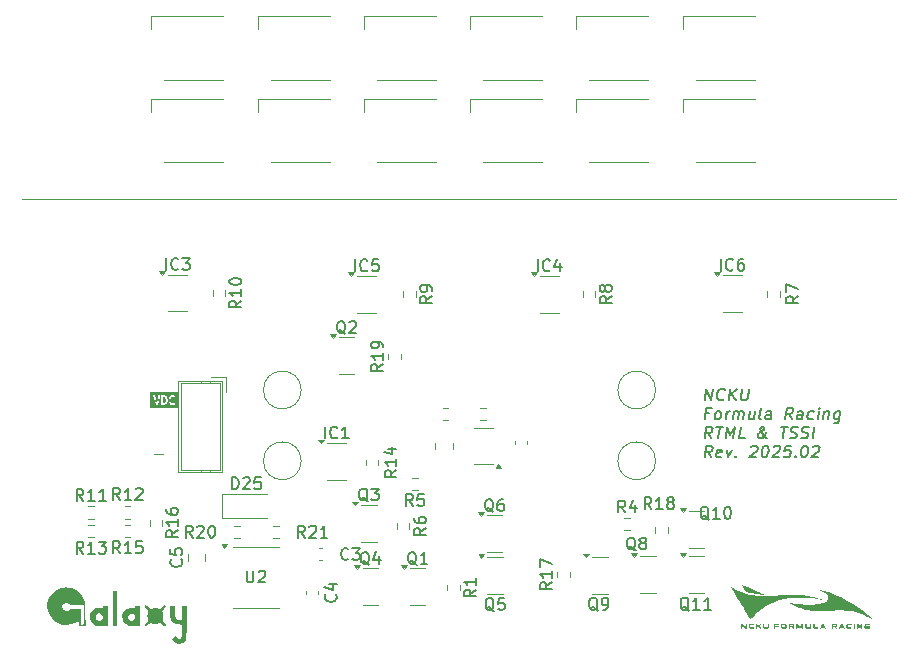
<source format=gbr>
%TF.GenerationSoftware,KiCad,Pcbnew,7.0.11-rc3*%
%TF.CreationDate,2025-03-16T23:28:45+08:00*%
%TF.ProjectId,mainhoop-light,6d61696e-686f-46f7-902d-6c696768742e,rev?*%
%TF.SameCoordinates,Original*%
%TF.FileFunction,Legend,Top*%
%TF.FilePolarity,Positive*%
%FSLAX46Y46*%
G04 Gerber Fmt 4.6, Leading zero omitted, Abs format (unit mm)*
G04 Created by KiCad (PCBNEW 7.0.11-rc3) date 2025-03-16 23:28:45*
%MOMM*%
%LPD*%
G01*
G04 APERTURE LIST*
%ADD10C,0.100000*%
%ADD11C,0.200000*%
%ADD12C,0.150000*%
%ADD13C,0.120000*%
G04 APERTURE END LIST*
D10*
X62000000Y-53000000D02*
X136000000Y-53000000D01*
X73119048Y-74576466D02*
X73880953Y-74576466D01*
D11*
X119763720Y-70037219D02*
X119888720Y-69037219D01*
X119888720Y-69037219D02*
X120335149Y-70037219D01*
X120335149Y-70037219D02*
X120460149Y-69037219D01*
X121394673Y-69941980D02*
X121341101Y-69989600D01*
X121341101Y-69989600D02*
X121192292Y-70037219D01*
X121192292Y-70037219D02*
X121097054Y-70037219D01*
X121097054Y-70037219D02*
X120960149Y-69989600D01*
X120960149Y-69989600D02*
X120876816Y-69894361D01*
X120876816Y-69894361D02*
X120841101Y-69799123D01*
X120841101Y-69799123D02*
X120817292Y-69608647D01*
X120817292Y-69608647D02*
X120835149Y-69465790D01*
X120835149Y-69465790D02*
X120906577Y-69275314D01*
X120906577Y-69275314D02*
X120966101Y-69180076D01*
X120966101Y-69180076D02*
X121073244Y-69084838D01*
X121073244Y-69084838D02*
X121222054Y-69037219D01*
X121222054Y-69037219D02*
X121317292Y-69037219D01*
X121317292Y-69037219D02*
X121454197Y-69084838D01*
X121454197Y-69084838D02*
X121495863Y-69132457D01*
X121811339Y-70037219D02*
X121936339Y-69037219D01*
X122382768Y-70037219D02*
X122025625Y-69465790D01*
X122507768Y-69037219D02*
X121864911Y-69608647D01*
X122936339Y-69037219D02*
X122835149Y-69846742D01*
X122835149Y-69846742D02*
X122870863Y-69941980D01*
X122870863Y-69941980D02*
X122912530Y-69989600D01*
X122912530Y-69989600D02*
X123001816Y-70037219D01*
X123001816Y-70037219D02*
X123192292Y-70037219D01*
X123192292Y-70037219D02*
X123293482Y-69989600D01*
X123293482Y-69989600D02*
X123347054Y-69941980D01*
X123347054Y-69941980D02*
X123406577Y-69846742D01*
X123406577Y-69846742D02*
X123507768Y-69037219D01*
X120162530Y-71123409D02*
X119829197Y-71123409D01*
X119763720Y-71647219D02*
X119888720Y-70647219D01*
X119888720Y-70647219D02*
X120364911Y-70647219D01*
X120763721Y-71647219D02*
X120674435Y-71599600D01*
X120674435Y-71599600D02*
X120632768Y-71551980D01*
X120632768Y-71551980D02*
X120597054Y-71456742D01*
X120597054Y-71456742D02*
X120632768Y-71171028D01*
X120632768Y-71171028D02*
X120692292Y-71075790D01*
X120692292Y-71075790D02*
X120745863Y-71028171D01*
X120745863Y-71028171D02*
X120847054Y-70980552D01*
X120847054Y-70980552D02*
X120989911Y-70980552D01*
X120989911Y-70980552D02*
X121079197Y-71028171D01*
X121079197Y-71028171D02*
X121120863Y-71075790D01*
X121120863Y-71075790D02*
X121156578Y-71171028D01*
X121156578Y-71171028D02*
X121120863Y-71456742D01*
X121120863Y-71456742D02*
X121061340Y-71551980D01*
X121061340Y-71551980D02*
X121007768Y-71599600D01*
X121007768Y-71599600D02*
X120906578Y-71647219D01*
X120906578Y-71647219D02*
X120763721Y-71647219D01*
X121525625Y-71647219D02*
X121608959Y-70980552D01*
X121585149Y-71171028D02*
X121644673Y-71075790D01*
X121644673Y-71075790D02*
X121698244Y-71028171D01*
X121698244Y-71028171D02*
X121799435Y-70980552D01*
X121799435Y-70980552D02*
X121894673Y-70980552D01*
X122144673Y-71647219D02*
X122228007Y-70980552D01*
X122216102Y-71075790D02*
X122269673Y-71028171D01*
X122269673Y-71028171D02*
X122370864Y-70980552D01*
X122370864Y-70980552D02*
X122513721Y-70980552D01*
X122513721Y-70980552D02*
X122603007Y-71028171D01*
X122603007Y-71028171D02*
X122638721Y-71123409D01*
X122638721Y-71123409D02*
X122573245Y-71647219D01*
X122638721Y-71123409D02*
X122698245Y-71028171D01*
X122698245Y-71028171D02*
X122799435Y-70980552D01*
X122799435Y-70980552D02*
X122942292Y-70980552D01*
X122942292Y-70980552D02*
X123031578Y-71028171D01*
X123031578Y-71028171D02*
X123067292Y-71123409D01*
X123067292Y-71123409D02*
X123001816Y-71647219D01*
X123989911Y-70980552D02*
X123906578Y-71647219D01*
X123561340Y-70980552D02*
X123495864Y-71504361D01*
X123495864Y-71504361D02*
X123531578Y-71599600D01*
X123531578Y-71599600D02*
X123620864Y-71647219D01*
X123620864Y-71647219D02*
X123763721Y-71647219D01*
X123763721Y-71647219D02*
X123864911Y-71599600D01*
X123864911Y-71599600D02*
X123918483Y-71551980D01*
X124525626Y-71647219D02*
X124436340Y-71599600D01*
X124436340Y-71599600D02*
X124400626Y-71504361D01*
X124400626Y-71504361D02*
X124507768Y-70647219D01*
X125335150Y-71647219D02*
X125400626Y-71123409D01*
X125400626Y-71123409D02*
X125364912Y-71028171D01*
X125364912Y-71028171D02*
X125275626Y-70980552D01*
X125275626Y-70980552D02*
X125085150Y-70980552D01*
X125085150Y-70980552D02*
X124983959Y-71028171D01*
X125341102Y-71599600D02*
X125239912Y-71647219D01*
X125239912Y-71647219D02*
X125001816Y-71647219D01*
X125001816Y-71647219D02*
X124912531Y-71599600D01*
X124912531Y-71599600D02*
X124876816Y-71504361D01*
X124876816Y-71504361D02*
X124888721Y-71409123D01*
X124888721Y-71409123D02*
X124948245Y-71313885D01*
X124948245Y-71313885D02*
X125049436Y-71266266D01*
X125049436Y-71266266D02*
X125287531Y-71266266D01*
X125287531Y-71266266D02*
X125388721Y-71218647D01*
X127144674Y-71647219D02*
X126870864Y-71171028D01*
X126573245Y-71647219D02*
X126698245Y-70647219D01*
X126698245Y-70647219D02*
X127079198Y-70647219D01*
X127079198Y-70647219D02*
X127168483Y-70694838D01*
X127168483Y-70694838D02*
X127210150Y-70742457D01*
X127210150Y-70742457D02*
X127245864Y-70837695D01*
X127245864Y-70837695D02*
X127228007Y-70980552D01*
X127228007Y-70980552D02*
X127168483Y-71075790D01*
X127168483Y-71075790D02*
X127114912Y-71123409D01*
X127114912Y-71123409D02*
X127013722Y-71171028D01*
X127013722Y-71171028D02*
X126632769Y-71171028D01*
X128001817Y-71647219D02*
X128067293Y-71123409D01*
X128067293Y-71123409D02*
X128031579Y-71028171D01*
X128031579Y-71028171D02*
X127942293Y-70980552D01*
X127942293Y-70980552D02*
X127751817Y-70980552D01*
X127751817Y-70980552D02*
X127650626Y-71028171D01*
X128007769Y-71599600D02*
X127906579Y-71647219D01*
X127906579Y-71647219D02*
X127668483Y-71647219D01*
X127668483Y-71647219D02*
X127579198Y-71599600D01*
X127579198Y-71599600D02*
X127543483Y-71504361D01*
X127543483Y-71504361D02*
X127555388Y-71409123D01*
X127555388Y-71409123D02*
X127614912Y-71313885D01*
X127614912Y-71313885D02*
X127716103Y-71266266D01*
X127716103Y-71266266D02*
X127954198Y-71266266D01*
X127954198Y-71266266D02*
X128055388Y-71218647D01*
X128912531Y-71599600D02*
X128811341Y-71647219D01*
X128811341Y-71647219D02*
X128620865Y-71647219D01*
X128620865Y-71647219D02*
X128531579Y-71599600D01*
X128531579Y-71599600D02*
X128489912Y-71551980D01*
X128489912Y-71551980D02*
X128454198Y-71456742D01*
X128454198Y-71456742D02*
X128489912Y-71171028D01*
X128489912Y-71171028D02*
X128549436Y-71075790D01*
X128549436Y-71075790D02*
X128603007Y-71028171D01*
X128603007Y-71028171D02*
X128704198Y-70980552D01*
X128704198Y-70980552D02*
X128894674Y-70980552D01*
X128894674Y-70980552D02*
X128983960Y-71028171D01*
X129335150Y-71647219D02*
X129418484Y-70980552D01*
X129460150Y-70647219D02*
X129406579Y-70694838D01*
X129406579Y-70694838D02*
X129448246Y-70742457D01*
X129448246Y-70742457D02*
X129501817Y-70694838D01*
X129501817Y-70694838D02*
X129460150Y-70647219D01*
X129460150Y-70647219D02*
X129448246Y-70742457D01*
X129894674Y-70980552D02*
X129811340Y-71647219D01*
X129882769Y-71075790D02*
X129936340Y-71028171D01*
X129936340Y-71028171D02*
X130037531Y-70980552D01*
X130037531Y-70980552D02*
X130180388Y-70980552D01*
X130180388Y-70980552D02*
X130269674Y-71028171D01*
X130269674Y-71028171D02*
X130305388Y-71123409D01*
X130305388Y-71123409D02*
X130239912Y-71647219D01*
X131228007Y-70980552D02*
X131126817Y-71790076D01*
X131126817Y-71790076D02*
X131067293Y-71885314D01*
X131067293Y-71885314D02*
X131013721Y-71932933D01*
X131013721Y-71932933D02*
X130912531Y-71980552D01*
X130912531Y-71980552D02*
X130769674Y-71980552D01*
X130769674Y-71980552D02*
X130680388Y-71932933D01*
X131150626Y-71599600D02*
X131049436Y-71647219D01*
X131049436Y-71647219D02*
X130858960Y-71647219D01*
X130858960Y-71647219D02*
X130769674Y-71599600D01*
X130769674Y-71599600D02*
X130728007Y-71551980D01*
X130728007Y-71551980D02*
X130692293Y-71456742D01*
X130692293Y-71456742D02*
X130728007Y-71171028D01*
X130728007Y-71171028D02*
X130787531Y-71075790D01*
X130787531Y-71075790D02*
X130841102Y-71028171D01*
X130841102Y-71028171D02*
X130942293Y-70980552D01*
X130942293Y-70980552D02*
X131132769Y-70980552D01*
X131132769Y-70980552D02*
X131222055Y-71028171D01*
X120335149Y-73257219D02*
X120061339Y-72781028D01*
X119763720Y-73257219D02*
X119888720Y-72257219D01*
X119888720Y-72257219D02*
X120269673Y-72257219D01*
X120269673Y-72257219D02*
X120358958Y-72304838D01*
X120358958Y-72304838D02*
X120400625Y-72352457D01*
X120400625Y-72352457D02*
X120436339Y-72447695D01*
X120436339Y-72447695D02*
X120418482Y-72590552D01*
X120418482Y-72590552D02*
X120358958Y-72685790D01*
X120358958Y-72685790D02*
X120305387Y-72733409D01*
X120305387Y-72733409D02*
X120204197Y-72781028D01*
X120204197Y-72781028D02*
X119823244Y-72781028D01*
X120745863Y-72257219D02*
X121317292Y-72257219D01*
X120906578Y-73257219D02*
X121031578Y-72257219D01*
X121525625Y-73257219D02*
X121650625Y-72257219D01*
X121650625Y-72257219D02*
X121894673Y-72971504D01*
X121894673Y-72971504D02*
X122317292Y-72257219D01*
X122317292Y-72257219D02*
X122192292Y-73257219D01*
X123144673Y-73257219D02*
X122668482Y-73257219D01*
X122668482Y-73257219D02*
X122793482Y-72257219D01*
X125049435Y-73257219D02*
X125001816Y-73257219D01*
X125001816Y-73257219D02*
X124912530Y-73209600D01*
X124912530Y-73209600D02*
X124787530Y-73066742D01*
X124787530Y-73066742D02*
X124585149Y-72781028D01*
X124585149Y-72781028D02*
X124507769Y-72638171D01*
X124507769Y-72638171D02*
X124478007Y-72495314D01*
X124478007Y-72495314D02*
X124489911Y-72400076D01*
X124489911Y-72400076D02*
X124549435Y-72304838D01*
X124549435Y-72304838D02*
X124650626Y-72257219D01*
X124650626Y-72257219D02*
X124698245Y-72257219D01*
X124698245Y-72257219D02*
X124787530Y-72304838D01*
X124787530Y-72304838D02*
X124823245Y-72400076D01*
X124823245Y-72400076D02*
X124817292Y-72447695D01*
X124817292Y-72447695D02*
X124757769Y-72542933D01*
X124757769Y-72542933D02*
X124704197Y-72590552D01*
X124704197Y-72590552D02*
X124394673Y-72781028D01*
X124394673Y-72781028D02*
X124341102Y-72828647D01*
X124341102Y-72828647D02*
X124281578Y-72923885D01*
X124281578Y-72923885D02*
X124263721Y-73066742D01*
X124263721Y-73066742D02*
X124299435Y-73161980D01*
X124299435Y-73161980D02*
X124341102Y-73209600D01*
X124341102Y-73209600D02*
X124430388Y-73257219D01*
X124430388Y-73257219D02*
X124573245Y-73257219D01*
X124573245Y-73257219D02*
X124674435Y-73209600D01*
X124674435Y-73209600D02*
X124728007Y-73161980D01*
X124728007Y-73161980D02*
X124894673Y-72971504D01*
X124894673Y-72971504D02*
X124960149Y-72828647D01*
X124960149Y-72828647D02*
X124972054Y-72733409D01*
X126222054Y-72257219D02*
X126793483Y-72257219D01*
X126382769Y-73257219D02*
X126507769Y-72257219D01*
X126960150Y-73209600D02*
X127097054Y-73257219D01*
X127097054Y-73257219D02*
X127335150Y-73257219D01*
X127335150Y-73257219D02*
X127436340Y-73209600D01*
X127436340Y-73209600D02*
X127489912Y-73161980D01*
X127489912Y-73161980D02*
X127549435Y-73066742D01*
X127549435Y-73066742D02*
X127561340Y-72971504D01*
X127561340Y-72971504D02*
X127525626Y-72876266D01*
X127525626Y-72876266D02*
X127483959Y-72828647D01*
X127483959Y-72828647D02*
X127394674Y-72781028D01*
X127394674Y-72781028D02*
X127210150Y-72733409D01*
X127210150Y-72733409D02*
X127120864Y-72685790D01*
X127120864Y-72685790D02*
X127079197Y-72638171D01*
X127079197Y-72638171D02*
X127043483Y-72542933D01*
X127043483Y-72542933D02*
X127055388Y-72447695D01*
X127055388Y-72447695D02*
X127114912Y-72352457D01*
X127114912Y-72352457D02*
X127168483Y-72304838D01*
X127168483Y-72304838D02*
X127269674Y-72257219D01*
X127269674Y-72257219D02*
X127507769Y-72257219D01*
X127507769Y-72257219D02*
X127644674Y-72304838D01*
X127912531Y-73209600D02*
X128049435Y-73257219D01*
X128049435Y-73257219D02*
X128287531Y-73257219D01*
X128287531Y-73257219D02*
X128388721Y-73209600D01*
X128388721Y-73209600D02*
X128442293Y-73161980D01*
X128442293Y-73161980D02*
X128501816Y-73066742D01*
X128501816Y-73066742D02*
X128513721Y-72971504D01*
X128513721Y-72971504D02*
X128478007Y-72876266D01*
X128478007Y-72876266D02*
X128436340Y-72828647D01*
X128436340Y-72828647D02*
X128347055Y-72781028D01*
X128347055Y-72781028D02*
X128162531Y-72733409D01*
X128162531Y-72733409D02*
X128073245Y-72685790D01*
X128073245Y-72685790D02*
X128031578Y-72638171D01*
X128031578Y-72638171D02*
X127995864Y-72542933D01*
X127995864Y-72542933D02*
X128007769Y-72447695D01*
X128007769Y-72447695D02*
X128067293Y-72352457D01*
X128067293Y-72352457D02*
X128120864Y-72304838D01*
X128120864Y-72304838D02*
X128222055Y-72257219D01*
X128222055Y-72257219D02*
X128460150Y-72257219D01*
X128460150Y-72257219D02*
X128597055Y-72304838D01*
X128906578Y-73257219D02*
X129031578Y-72257219D01*
X120335149Y-74867219D02*
X120061339Y-74391028D01*
X119763720Y-74867219D02*
X119888720Y-73867219D01*
X119888720Y-73867219D02*
X120269673Y-73867219D01*
X120269673Y-73867219D02*
X120358958Y-73914838D01*
X120358958Y-73914838D02*
X120400625Y-73962457D01*
X120400625Y-73962457D02*
X120436339Y-74057695D01*
X120436339Y-74057695D02*
X120418482Y-74200552D01*
X120418482Y-74200552D02*
X120358958Y-74295790D01*
X120358958Y-74295790D02*
X120305387Y-74343409D01*
X120305387Y-74343409D02*
X120204197Y-74391028D01*
X120204197Y-74391028D02*
X119823244Y-74391028D01*
X121150625Y-74819600D02*
X121049435Y-74867219D01*
X121049435Y-74867219D02*
X120858958Y-74867219D01*
X120858958Y-74867219D02*
X120769673Y-74819600D01*
X120769673Y-74819600D02*
X120733958Y-74724361D01*
X120733958Y-74724361D02*
X120781578Y-74343409D01*
X120781578Y-74343409D02*
X120841101Y-74248171D01*
X120841101Y-74248171D02*
X120942292Y-74200552D01*
X120942292Y-74200552D02*
X121132768Y-74200552D01*
X121132768Y-74200552D02*
X121222054Y-74248171D01*
X121222054Y-74248171D02*
X121257768Y-74343409D01*
X121257768Y-74343409D02*
X121245863Y-74438647D01*
X121245863Y-74438647D02*
X120757768Y-74533885D01*
X121608959Y-74200552D02*
X121763721Y-74867219D01*
X121763721Y-74867219D02*
X122085149Y-74200552D01*
X122394673Y-74771980D02*
X122436340Y-74819600D01*
X122436340Y-74819600D02*
X122382768Y-74867219D01*
X122382768Y-74867219D02*
X122341102Y-74819600D01*
X122341102Y-74819600D02*
X122394673Y-74771980D01*
X122394673Y-74771980D02*
X122382768Y-74867219D01*
X123686340Y-73962457D02*
X123739911Y-73914838D01*
X123739911Y-73914838D02*
X123841101Y-73867219D01*
X123841101Y-73867219D02*
X124079197Y-73867219D01*
X124079197Y-73867219D02*
X124168482Y-73914838D01*
X124168482Y-73914838D02*
X124210149Y-73962457D01*
X124210149Y-73962457D02*
X124245863Y-74057695D01*
X124245863Y-74057695D02*
X124233959Y-74152933D01*
X124233959Y-74152933D02*
X124168482Y-74295790D01*
X124168482Y-74295790D02*
X123525625Y-74867219D01*
X123525625Y-74867219D02*
X124144673Y-74867219D01*
X124888721Y-73867219D02*
X124983959Y-73867219D01*
X124983959Y-73867219D02*
X125073244Y-73914838D01*
X125073244Y-73914838D02*
X125114911Y-73962457D01*
X125114911Y-73962457D02*
X125150625Y-74057695D01*
X125150625Y-74057695D02*
X125174435Y-74248171D01*
X125174435Y-74248171D02*
X125144673Y-74486266D01*
X125144673Y-74486266D02*
X125073244Y-74676742D01*
X125073244Y-74676742D02*
X125013721Y-74771980D01*
X125013721Y-74771980D02*
X124960149Y-74819600D01*
X124960149Y-74819600D02*
X124858959Y-74867219D01*
X124858959Y-74867219D02*
X124763721Y-74867219D01*
X124763721Y-74867219D02*
X124674435Y-74819600D01*
X124674435Y-74819600D02*
X124632768Y-74771980D01*
X124632768Y-74771980D02*
X124597054Y-74676742D01*
X124597054Y-74676742D02*
X124573244Y-74486266D01*
X124573244Y-74486266D02*
X124603006Y-74248171D01*
X124603006Y-74248171D02*
X124674435Y-74057695D01*
X124674435Y-74057695D02*
X124733959Y-73962457D01*
X124733959Y-73962457D02*
X124787530Y-73914838D01*
X124787530Y-73914838D02*
X124888721Y-73867219D01*
X125591102Y-73962457D02*
X125644673Y-73914838D01*
X125644673Y-73914838D02*
X125745863Y-73867219D01*
X125745863Y-73867219D02*
X125983959Y-73867219D01*
X125983959Y-73867219D02*
X126073244Y-73914838D01*
X126073244Y-73914838D02*
X126114911Y-73962457D01*
X126114911Y-73962457D02*
X126150625Y-74057695D01*
X126150625Y-74057695D02*
X126138721Y-74152933D01*
X126138721Y-74152933D02*
X126073244Y-74295790D01*
X126073244Y-74295790D02*
X125430387Y-74867219D01*
X125430387Y-74867219D02*
X126049435Y-74867219D01*
X127079197Y-73867219D02*
X126603006Y-73867219D01*
X126603006Y-73867219D02*
X126495864Y-74343409D01*
X126495864Y-74343409D02*
X126549435Y-74295790D01*
X126549435Y-74295790D02*
X126650625Y-74248171D01*
X126650625Y-74248171D02*
X126888721Y-74248171D01*
X126888721Y-74248171D02*
X126978006Y-74295790D01*
X126978006Y-74295790D02*
X127019673Y-74343409D01*
X127019673Y-74343409D02*
X127055387Y-74438647D01*
X127055387Y-74438647D02*
X127025625Y-74676742D01*
X127025625Y-74676742D02*
X126966102Y-74771980D01*
X126966102Y-74771980D02*
X126912530Y-74819600D01*
X126912530Y-74819600D02*
X126811340Y-74867219D01*
X126811340Y-74867219D02*
X126573244Y-74867219D01*
X126573244Y-74867219D02*
X126483959Y-74819600D01*
X126483959Y-74819600D02*
X126442292Y-74771980D01*
X127442292Y-74771980D02*
X127483959Y-74819600D01*
X127483959Y-74819600D02*
X127430387Y-74867219D01*
X127430387Y-74867219D02*
X127388721Y-74819600D01*
X127388721Y-74819600D02*
X127442292Y-74771980D01*
X127442292Y-74771980D02*
X127430387Y-74867219D01*
X128222054Y-73867219D02*
X128317292Y-73867219D01*
X128317292Y-73867219D02*
X128406577Y-73914838D01*
X128406577Y-73914838D02*
X128448244Y-73962457D01*
X128448244Y-73962457D02*
X128483958Y-74057695D01*
X128483958Y-74057695D02*
X128507768Y-74248171D01*
X128507768Y-74248171D02*
X128478006Y-74486266D01*
X128478006Y-74486266D02*
X128406577Y-74676742D01*
X128406577Y-74676742D02*
X128347054Y-74771980D01*
X128347054Y-74771980D02*
X128293482Y-74819600D01*
X128293482Y-74819600D02*
X128192292Y-74867219D01*
X128192292Y-74867219D02*
X128097054Y-74867219D01*
X128097054Y-74867219D02*
X128007768Y-74819600D01*
X128007768Y-74819600D02*
X127966101Y-74771980D01*
X127966101Y-74771980D02*
X127930387Y-74676742D01*
X127930387Y-74676742D02*
X127906577Y-74486266D01*
X127906577Y-74486266D02*
X127936339Y-74248171D01*
X127936339Y-74248171D02*
X128007768Y-74057695D01*
X128007768Y-74057695D02*
X128067292Y-73962457D01*
X128067292Y-73962457D02*
X128120863Y-73914838D01*
X128120863Y-73914838D02*
X128222054Y-73867219D01*
X128924435Y-73962457D02*
X128978006Y-73914838D01*
X128978006Y-73914838D02*
X129079196Y-73867219D01*
X129079196Y-73867219D02*
X129317292Y-73867219D01*
X129317292Y-73867219D02*
X129406577Y-73914838D01*
X129406577Y-73914838D02*
X129448244Y-73962457D01*
X129448244Y-73962457D02*
X129483958Y-74057695D01*
X129483958Y-74057695D02*
X129472054Y-74152933D01*
X129472054Y-74152933D02*
X129406577Y-74295790D01*
X129406577Y-74295790D02*
X128763720Y-74867219D01*
X128763720Y-74867219D02*
X129382768Y-74867219D01*
D12*
X105611310Y-59104819D02*
X105611310Y-58104819D01*
X106658928Y-59009580D02*
X106611309Y-59057200D01*
X106611309Y-59057200D02*
X106468452Y-59104819D01*
X106468452Y-59104819D02*
X106373214Y-59104819D01*
X106373214Y-59104819D02*
X106230357Y-59057200D01*
X106230357Y-59057200D02*
X106135119Y-58961961D01*
X106135119Y-58961961D02*
X106087500Y-58866723D01*
X106087500Y-58866723D02*
X106039881Y-58676247D01*
X106039881Y-58676247D02*
X106039881Y-58533390D01*
X106039881Y-58533390D02*
X106087500Y-58342914D01*
X106087500Y-58342914D02*
X106135119Y-58247676D01*
X106135119Y-58247676D02*
X106230357Y-58152438D01*
X106230357Y-58152438D02*
X106373214Y-58104819D01*
X106373214Y-58104819D02*
X106468452Y-58104819D01*
X106468452Y-58104819D02*
X106611309Y-58152438D01*
X106611309Y-58152438D02*
X106658928Y-58200057D01*
X107516071Y-58438152D02*
X107516071Y-59104819D01*
X107277976Y-58057200D02*
X107039881Y-58771485D01*
X107039881Y-58771485D02*
X107658928Y-58771485D01*
X76407142Y-81654819D02*
X76073809Y-81178628D01*
X75835714Y-81654819D02*
X75835714Y-80654819D01*
X75835714Y-80654819D02*
X76216666Y-80654819D01*
X76216666Y-80654819D02*
X76311904Y-80702438D01*
X76311904Y-80702438D02*
X76359523Y-80750057D01*
X76359523Y-80750057D02*
X76407142Y-80845295D01*
X76407142Y-80845295D02*
X76407142Y-80988152D01*
X76407142Y-80988152D02*
X76359523Y-81083390D01*
X76359523Y-81083390D02*
X76311904Y-81131009D01*
X76311904Y-81131009D02*
X76216666Y-81178628D01*
X76216666Y-81178628D02*
X75835714Y-81178628D01*
X76788095Y-80750057D02*
X76835714Y-80702438D01*
X76835714Y-80702438D02*
X76930952Y-80654819D01*
X76930952Y-80654819D02*
X77169047Y-80654819D01*
X77169047Y-80654819D02*
X77264285Y-80702438D01*
X77264285Y-80702438D02*
X77311904Y-80750057D01*
X77311904Y-80750057D02*
X77359523Y-80845295D01*
X77359523Y-80845295D02*
X77359523Y-80940533D01*
X77359523Y-80940533D02*
X77311904Y-81083390D01*
X77311904Y-81083390D02*
X76740476Y-81654819D01*
X76740476Y-81654819D02*
X77359523Y-81654819D01*
X77978571Y-80654819D02*
X78073809Y-80654819D01*
X78073809Y-80654819D02*
X78169047Y-80702438D01*
X78169047Y-80702438D02*
X78216666Y-80750057D01*
X78216666Y-80750057D02*
X78264285Y-80845295D01*
X78264285Y-80845295D02*
X78311904Y-81035771D01*
X78311904Y-81035771D02*
X78311904Y-81273866D01*
X78311904Y-81273866D02*
X78264285Y-81464342D01*
X78264285Y-81464342D02*
X78216666Y-81559580D01*
X78216666Y-81559580D02*
X78169047Y-81607200D01*
X78169047Y-81607200D02*
X78073809Y-81654819D01*
X78073809Y-81654819D02*
X77978571Y-81654819D01*
X77978571Y-81654819D02*
X77883333Y-81607200D01*
X77883333Y-81607200D02*
X77835714Y-81559580D01*
X77835714Y-81559580D02*
X77788095Y-81464342D01*
X77788095Y-81464342D02*
X77740476Y-81273866D01*
X77740476Y-81273866D02*
X77740476Y-81035771D01*
X77740476Y-81035771D02*
X77788095Y-80845295D01*
X77788095Y-80845295D02*
X77835714Y-80750057D01*
X77835714Y-80750057D02*
X77883333Y-80702438D01*
X77883333Y-80702438D02*
X77978571Y-80654819D01*
X92524819Y-66967857D02*
X92048628Y-67301190D01*
X92524819Y-67539285D02*
X91524819Y-67539285D01*
X91524819Y-67539285D02*
X91524819Y-67158333D01*
X91524819Y-67158333D02*
X91572438Y-67063095D01*
X91572438Y-67063095D02*
X91620057Y-67015476D01*
X91620057Y-67015476D02*
X91715295Y-66967857D01*
X91715295Y-66967857D02*
X91858152Y-66967857D01*
X91858152Y-66967857D02*
X91953390Y-67015476D01*
X91953390Y-67015476D02*
X92001009Y-67063095D01*
X92001009Y-67063095D02*
X92048628Y-67158333D01*
X92048628Y-67158333D02*
X92048628Y-67539285D01*
X92524819Y-66015476D02*
X92524819Y-66586904D01*
X92524819Y-66301190D02*
X91524819Y-66301190D01*
X91524819Y-66301190D02*
X91667676Y-66396428D01*
X91667676Y-66396428D02*
X91762914Y-66491666D01*
X91762914Y-66491666D02*
X91810533Y-66586904D01*
X92524819Y-65539285D02*
X92524819Y-65348809D01*
X92524819Y-65348809D02*
X92477200Y-65253571D01*
X92477200Y-65253571D02*
X92429580Y-65205952D01*
X92429580Y-65205952D02*
X92286723Y-65110714D01*
X92286723Y-65110714D02*
X92096247Y-65063095D01*
X92096247Y-65063095D02*
X91715295Y-65063095D01*
X91715295Y-65063095D02*
X91620057Y-65110714D01*
X91620057Y-65110714D02*
X91572438Y-65158333D01*
X91572438Y-65158333D02*
X91524819Y-65253571D01*
X91524819Y-65253571D02*
X91524819Y-65444047D01*
X91524819Y-65444047D02*
X91572438Y-65539285D01*
X91572438Y-65539285D02*
X91620057Y-65586904D01*
X91620057Y-65586904D02*
X91715295Y-65634523D01*
X91715295Y-65634523D02*
X91953390Y-65634523D01*
X91953390Y-65634523D02*
X92048628Y-65586904D01*
X92048628Y-65586904D02*
X92096247Y-65539285D01*
X92096247Y-65539285D02*
X92143866Y-65444047D01*
X92143866Y-65444047D02*
X92143866Y-65253571D01*
X92143866Y-65253571D02*
X92096247Y-65158333D01*
X92096247Y-65158333D02*
X92048628Y-65110714D01*
X92048628Y-65110714D02*
X91953390Y-65063095D01*
X115257142Y-79254819D02*
X114923809Y-78778628D01*
X114685714Y-79254819D02*
X114685714Y-78254819D01*
X114685714Y-78254819D02*
X115066666Y-78254819D01*
X115066666Y-78254819D02*
X115161904Y-78302438D01*
X115161904Y-78302438D02*
X115209523Y-78350057D01*
X115209523Y-78350057D02*
X115257142Y-78445295D01*
X115257142Y-78445295D02*
X115257142Y-78588152D01*
X115257142Y-78588152D02*
X115209523Y-78683390D01*
X115209523Y-78683390D02*
X115161904Y-78731009D01*
X115161904Y-78731009D02*
X115066666Y-78778628D01*
X115066666Y-78778628D02*
X114685714Y-78778628D01*
X116209523Y-79254819D02*
X115638095Y-79254819D01*
X115923809Y-79254819D02*
X115923809Y-78254819D01*
X115923809Y-78254819D02*
X115828571Y-78397676D01*
X115828571Y-78397676D02*
X115733333Y-78492914D01*
X115733333Y-78492914D02*
X115638095Y-78540533D01*
X116780952Y-78683390D02*
X116685714Y-78635771D01*
X116685714Y-78635771D02*
X116638095Y-78588152D01*
X116638095Y-78588152D02*
X116590476Y-78492914D01*
X116590476Y-78492914D02*
X116590476Y-78445295D01*
X116590476Y-78445295D02*
X116638095Y-78350057D01*
X116638095Y-78350057D02*
X116685714Y-78302438D01*
X116685714Y-78302438D02*
X116780952Y-78254819D01*
X116780952Y-78254819D02*
X116971428Y-78254819D01*
X116971428Y-78254819D02*
X117066666Y-78302438D01*
X117066666Y-78302438D02*
X117114285Y-78350057D01*
X117114285Y-78350057D02*
X117161904Y-78445295D01*
X117161904Y-78445295D02*
X117161904Y-78492914D01*
X117161904Y-78492914D02*
X117114285Y-78588152D01*
X117114285Y-78588152D02*
X117066666Y-78635771D01*
X117066666Y-78635771D02*
X116971428Y-78683390D01*
X116971428Y-78683390D02*
X116780952Y-78683390D01*
X116780952Y-78683390D02*
X116685714Y-78731009D01*
X116685714Y-78731009D02*
X116638095Y-78778628D01*
X116638095Y-78778628D02*
X116590476Y-78873866D01*
X116590476Y-78873866D02*
X116590476Y-79064342D01*
X116590476Y-79064342D02*
X116638095Y-79159580D01*
X116638095Y-79159580D02*
X116685714Y-79207200D01*
X116685714Y-79207200D02*
X116780952Y-79254819D01*
X116780952Y-79254819D02*
X116971428Y-79254819D01*
X116971428Y-79254819D02*
X117066666Y-79207200D01*
X117066666Y-79207200D02*
X117114285Y-79159580D01*
X117114285Y-79159580D02*
X117161904Y-79064342D01*
X117161904Y-79064342D02*
X117161904Y-78873866D01*
X117161904Y-78873866D02*
X117114285Y-78778628D01*
X117114285Y-78778628D02*
X117066666Y-78731009D01*
X117066666Y-78731009D02*
X116971428Y-78683390D01*
X113033333Y-79524819D02*
X112700000Y-79048628D01*
X112461905Y-79524819D02*
X112461905Y-78524819D01*
X112461905Y-78524819D02*
X112842857Y-78524819D01*
X112842857Y-78524819D02*
X112938095Y-78572438D01*
X112938095Y-78572438D02*
X112985714Y-78620057D01*
X112985714Y-78620057D02*
X113033333Y-78715295D01*
X113033333Y-78715295D02*
X113033333Y-78858152D01*
X113033333Y-78858152D02*
X112985714Y-78953390D01*
X112985714Y-78953390D02*
X112938095Y-79001009D01*
X112938095Y-79001009D02*
X112842857Y-79048628D01*
X112842857Y-79048628D02*
X112461905Y-79048628D01*
X113890476Y-78858152D02*
X113890476Y-79524819D01*
X113652381Y-78477200D02*
X113414286Y-79191485D01*
X113414286Y-79191485D02*
X114033333Y-79191485D01*
X91367261Y-83975057D02*
X91272023Y-83927438D01*
X91272023Y-83927438D02*
X91176785Y-83832200D01*
X91176785Y-83832200D02*
X91033928Y-83689342D01*
X91033928Y-83689342D02*
X90938690Y-83641723D01*
X90938690Y-83641723D02*
X90843452Y-83641723D01*
X90891071Y-83879819D02*
X90795833Y-83832200D01*
X90795833Y-83832200D02*
X90700595Y-83736961D01*
X90700595Y-83736961D02*
X90652976Y-83546485D01*
X90652976Y-83546485D02*
X90652976Y-83213152D01*
X90652976Y-83213152D02*
X90700595Y-83022676D01*
X90700595Y-83022676D02*
X90795833Y-82927438D01*
X90795833Y-82927438D02*
X90891071Y-82879819D01*
X90891071Y-82879819D02*
X91081547Y-82879819D01*
X91081547Y-82879819D02*
X91176785Y-82927438D01*
X91176785Y-82927438D02*
X91272023Y-83022676D01*
X91272023Y-83022676D02*
X91319642Y-83213152D01*
X91319642Y-83213152D02*
X91319642Y-83546485D01*
X91319642Y-83546485D02*
X91272023Y-83736961D01*
X91272023Y-83736961D02*
X91176785Y-83832200D01*
X91176785Y-83832200D02*
X91081547Y-83879819D01*
X91081547Y-83879819D02*
X90891071Y-83879819D01*
X92176785Y-83213152D02*
X92176785Y-83879819D01*
X91938690Y-82832200D02*
X91700595Y-83546485D01*
X91700595Y-83546485D02*
X92319642Y-83546485D01*
X89342261Y-64425057D02*
X89247023Y-64377438D01*
X89247023Y-64377438D02*
X89151785Y-64282200D01*
X89151785Y-64282200D02*
X89008928Y-64139342D01*
X89008928Y-64139342D02*
X88913690Y-64091723D01*
X88913690Y-64091723D02*
X88818452Y-64091723D01*
X88866071Y-64329819D02*
X88770833Y-64282200D01*
X88770833Y-64282200D02*
X88675595Y-64186961D01*
X88675595Y-64186961D02*
X88627976Y-63996485D01*
X88627976Y-63996485D02*
X88627976Y-63663152D01*
X88627976Y-63663152D02*
X88675595Y-63472676D01*
X88675595Y-63472676D02*
X88770833Y-63377438D01*
X88770833Y-63377438D02*
X88866071Y-63329819D01*
X88866071Y-63329819D02*
X89056547Y-63329819D01*
X89056547Y-63329819D02*
X89151785Y-63377438D01*
X89151785Y-63377438D02*
X89247023Y-63472676D01*
X89247023Y-63472676D02*
X89294642Y-63663152D01*
X89294642Y-63663152D02*
X89294642Y-63996485D01*
X89294642Y-63996485D02*
X89247023Y-64186961D01*
X89247023Y-64186961D02*
X89151785Y-64282200D01*
X89151785Y-64282200D02*
X89056547Y-64329819D01*
X89056547Y-64329819D02*
X88866071Y-64329819D01*
X89675595Y-63425057D02*
X89723214Y-63377438D01*
X89723214Y-63377438D02*
X89818452Y-63329819D01*
X89818452Y-63329819D02*
X90056547Y-63329819D01*
X90056547Y-63329819D02*
X90151785Y-63377438D01*
X90151785Y-63377438D02*
X90199404Y-63425057D01*
X90199404Y-63425057D02*
X90247023Y-63520295D01*
X90247023Y-63520295D02*
X90247023Y-63615533D01*
X90247023Y-63615533D02*
X90199404Y-63758390D01*
X90199404Y-63758390D02*
X89627976Y-64329819D01*
X89627976Y-64329819D02*
X90247023Y-64329819D01*
X67157142Y-83009819D02*
X66823809Y-82533628D01*
X66585714Y-83009819D02*
X66585714Y-82009819D01*
X66585714Y-82009819D02*
X66966666Y-82009819D01*
X66966666Y-82009819D02*
X67061904Y-82057438D01*
X67061904Y-82057438D02*
X67109523Y-82105057D01*
X67109523Y-82105057D02*
X67157142Y-82200295D01*
X67157142Y-82200295D02*
X67157142Y-82343152D01*
X67157142Y-82343152D02*
X67109523Y-82438390D01*
X67109523Y-82438390D02*
X67061904Y-82486009D01*
X67061904Y-82486009D02*
X66966666Y-82533628D01*
X66966666Y-82533628D02*
X66585714Y-82533628D01*
X68109523Y-83009819D02*
X67538095Y-83009819D01*
X67823809Y-83009819D02*
X67823809Y-82009819D01*
X67823809Y-82009819D02*
X67728571Y-82152676D01*
X67728571Y-82152676D02*
X67633333Y-82247914D01*
X67633333Y-82247914D02*
X67538095Y-82295533D01*
X68442857Y-82009819D02*
X69061904Y-82009819D01*
X69061904Y-82009819D02*
X68728571Y-82390771D01*
X68728571Y-82390771D02*
X68871428Y-82390771D01*
X68871428Y-82390771D02*
X68966666Y-82438390D01*
X68966666Y-82438390D02*
X69014285Y-82486009D01*
X69014285Y-82486009D02*
X69061904Y-82581247D01*
X69061904Y-82581247D02*
X69061904Y-82819342D01*
X69061904Y-82819342D02*
X69014285Y-82914580D01*
X69014285Y-82914580D02*
X68966666Y-82962200D01*
X68966666Y-82962200D02*
X68871428Y-83009819D01*
X68871428Y-83009819D02*
X68585714Y-83009819D01*
X68585714Y-83009819D02*
X68490476Y-82962200D01*
X68490476Y-82962200D02*
X68442857Y-82914580D01*
X70257142Y-78479819D02*
X69923809Y-78003628D01*
X69685714Y-78479819D02*
X69685714Y-77479819D01*
X69685714Y-77479819D02*
X70066666Y-77479819D01*
X70066666Y-77479819D02*
X70161904Y-77527438D01*
X70161904Y-77527438D02*
X70209523Y-77575057D01*
X70209523Y-77575057D02*
X70257142Y-77670295D01*
X70257142Y-77670295D02*
X70257142Y-77813152D01*
X70257142Y-77813152D02*
X70209523Y-77908390D01*
X70209523Y-77908390D02*
X70161904Y-77956009D01*
X70161904Y-77956009D02*
X70066666Y-78003628D01*
X70066666Y-78003628D02*
X69685714Y-78003628D01*
X71209523Y-78479819D02*
X70638095Y-78479819D01*
X70923809Y-78479819D02*
X70923809Y-77479819D01*
X70923809Y-77479819D02*
X70828571Y-77622676D01*
X70828571Y-77622676D02*
X70733333Y-77717914D01*
X70733333Y-77717914D02*
X70638095Y-77765533D01*
X71590476Y-77575057D02*
X71638095Y-77527438D01*
X71638095Y-77527438D02*
X71733333Y-77479819D01*
X71733333Y-77479819D02*
X71971428Y-77479819D01*
X71971428Y-77479819D02*
X72066666Y-77527438D01*
X72066666Y-77527438D02*
X72114285Y-77575057D01*
X72114285Y-77575057D02*
X72161904Y-77670295D01*
X72161904Y-77670295D02*
X72161904Y-77765533D01*
X72161904Y-77765533D02*
X72114285Y-77908390D01*
X72114285Y-77908390D02*
X71542857Y-78479819D01*
X71542857Y-78479819D02*
X72161904Y-78479819D01*
X127679819Y-61216666D02*
X127203628Y-61549999D01*
X127679819Y-61788094D02*
X126679819Y-61788094D01*
X126679819Y-61788094D02*
X126679819Y-61407142D01*
X126679819Y-61407142D02*
X126727438Y-61311904D01*
X126727438Y-61311904D02*
X126775057Y-61264285D01*
X126775057Y-61264285D02*
X126870295Y-61216666D01*
X126870295Y-61216666D02*
X127013152Y-61216666D01*
X127013152Y-61216666D02*
X127108390Y-61264285D01*
X127108390Y-61264285D02*
X127156009Y-61311904D01*
X127156009Y-61311904D02*
X127203628Y-61407142D01*
X127203628Y-61407142D02*
X127203628Y-61788094D01*
X126679819Y-60883332D02*
X126679819Y-60216666D01*
X126679819Y-60216666D02*
X127679819Y-60645237D01*
X87623810Y-73254819D02*
X87623810Y-72254819D01*
X88671428Y-73159580D02*
X88623809Y-73207200D01*
X88623809Y-73207200D02*
X88480952Y-73254819D01*
X88480952Y-73254819D02*
X88385714Y-73254819D01*
X88385714Y-73254819D02*
X88242857Y-73207200D01*
X88242857Y-73207200D02*
X88147619Y-73111961D01*
X88147619Y-73111961D02*
X88100000Y-73016723D01*
X88100000Y-73016723D02*
X88052381Y-72826247D01*
X88052381Y-72826247D02*
X88052381Y-72683390D01*
X88052381Y-72683390D02*
X88100000Y-72492914D01*
X88100000Y-72492914D02*
X88147619Y-72397676D01*
X88147619Y-72397676D02*
X88242857Y-72302438D01*
X88242857Y-72302438D02*
X88385714Y-72254819D01*
X88385714Y-72254819D02*
X88480952Y-72254819D01*
X88480952Y-72254819D02*
X88623809Y-72302438D01*
X88623809Y-72302438D02*
X88671428Y-72350057D01*
X89623809Y-73254819D02*
X89052381Y-73254819D01*
X89338095Y-73254819D02*
X89338095Y-72254819D01*
X89338095Y-72254819D02*
X89242857Y-72397676D01*
X89242857Y-72397676D02*
X89147619Y-72492914D01*
X89147619Y-72492914D02*
X89052381Y-72540533D01*
X121111310Y-59054819D02*
X121111310Y-58054819D01*
X122158928Y-58959580D02*
X122111309Y-59007200D01*
X122111309Y-59007200D02*
X121968452Y-59054819D01*
X121968452Y-59054819D02*
X121873214Y-59054819D01*
X121873214Y-59054819D02*
X121730357Y-59007200D01*
X121730357Y-59007200D02*
X121635119Y-58911961D01*
X121635119Y-58911961D02*
X121587500Y-58816723D01*
X121587500Y-58816723D02*
X121539881Y-58626247D01*
X121539881Y-58626247D02*
X121539881Y-58483390D01*
X121539881Y-58483390D02*
X121587500Y-58292914D01*
X121587500Y-58292914D02*
X121635119Y-58197676D01*
X121635119Y-58197676D02*
X121730357Y-58102438D01*
X121730357Y-58102438D02*
X121873214Y-58054819D01*
X121873214Y-58054819D02*
X121968452Y-58054819D01*
X121968452Y-58054819D02*
X122111309Y-58102438D01*
X122111309Y-58102438D02*
X122158928Y-58150057D01*
X123016071Y-58054819D02*
X122825595Y-58054819D01*
X122825595Y-58054819D02*
X122730357Y-58102438D01*
X122730357Y-58102438D02*
X122682738Y-58150057D01*
X122682738Y-58150057D02*
X122587500Y-58292914D01*
X122587500Y-58292914D02*
X122539881Y-58483390D01*
X122539881Y-58483390D02*
X122539881Y-58864342D01*
X122539881Y-58864342D02*
X122587500Y-58959580D01*
X122587500Y-58959580D02*
X122635119Y-59007200D01*
X122635119Y-59007200D02*
X122730357Y-59054819D01*
X122730357Y-59054819D02*
X122920833Y-59054819D01*
X122920833Y-59054819D02*
X123016071Y-59007200D01*
X123016071Y-59007200D02*
X123063690Y-58959580D01*
X123063690Y-58959580D02*
X123111309Y-58864342D01*
X123111309Y-58864342D02*
X123111309Y-58626247D01*
X123111309Y-58626247D02*
X123063690Y-58531009D01*
X123063690Y-58531009D02*
X123016071Y-58483390D01*
X123016071Y-58483390D02*
X122920833Y-58435771D01*
X122920833Y-58435771D02*
X122730357Y-58435771D01*
X122730357Y-58435771D02*
X122635119Y-58483390D01*
X122635119Y-58483390D02*
X122587500Y-58531009D01*
X122587500Y-58531009D02*
X122539881Y-58626247D01*
X95058333Y-78984819D02*
X94725000Y-78508628D01*
X94486905Y-78984819D02*
X94486905Y-77984819D01*
X94486905Y-77984819D02*
X94867857Y-77984819D01*
X94867857Y-77984819D02*
X94963095Y-78032438D01*
X94963095Y-78032438D02*
X95010714Y-78080057D01*
X95010714Y-78080057D02*
X95058333Y-78175295D01*
X95058333Y-78175295D02*
X95058333Y-78318152D01*
X95058333Y-78318152D02*
X95010714Y-78413390D01*
X95010714Y-78413390D02*
X94963095Y-78461009D01*
X94963095Y-78461009D02*
X94867857Y-78508628D01*
X94867857Y-78508628D02*
X94486905Y-78508628D01*
X95963095Y-77984819D02*
X95486905Y-77984819D01*
X95486905Y-77984819D02*
X95439286Y-78461009D01*
X95439286Y-78461009D02*
X95486905Y-78413390D01*
X95486905Y-78413390D02*
X95582143Y-78365771D01*
X95582143Y-78365771D02*
X95820238Y-78365771D01*
X95820238Y-78365771D02*
X95915476Y-78413390D01*
X95915476Y-78413390D02*
X95963095Y-78461009D01*
X95963095Y-78461009D02*
X96010714Y-78556247D01*
X96010714Y-78556247D02*
X96010714Y-78794342D01*
X96010714Y-78794342D02*
X95963095Y-78889580D01*
X95963095Y-78889580D02*
X95915476Y-78937200D01*
X95915476Y-78937200D02*
X95820238Y-78984819D01*
X95820238Y-78984819D02*
X95582143Y-78984819D01*
X95582143Y-78984819D02*
X95486905Y-78937200D01*
X95486905Y-78937200D02*
X95439286Y-78889580D01*
X95367261Y-83975057D02*
X95272023Y-83927438D01*
X95272023Y-83927438D02*
X95176785Y-83832200D01*
X95176785Y-83832200D02*
X95033928Y-83689342D01*
X95033928Y-83689342D02*
X94938690Y-83641723D01*
X94938690Y-83641723D02*
X94843452Y-83641723D01*
X94891071Y-83879819D02*
X94795833Y-83832200D01*
X94795833Y-83832200D02*
X94700595Y-83736961D01*
X94700595Y-83736961D02*
X94652976Y-83546485D01*
X94652976Y-83546485D02*
X94652976Y-83213152D01*
X94652976Y-83213152D02*
X94700595Y-83022676D01*
X94700595Y-83022676D02*
X94795833Y-82927438D01*
X94795833Y-82927438D02*
X94891071Y-82879819D01*
X94891071Y-82879819D02*
X95081547Y-82879819D01*
X95081547Y-82879819D02*
X95176785Y-82927438D01*
X95176785Y-82927438D02*
X95272023Y-83022676D01*
X95272023Y-83022676D02*
X95319642Y-83213152D01*
X95319642Y-83213152D02*
X95319642Y-83546485D01*
X95319642Y-83546485D02*
X95272023Y-83736961D01*
X95272023Y-83736961D02*
X95176785Y-83832200D01*
X95176785Y-83832200D02*
X95081547Y-83879819D01*
X95081547Y-83879819D02*
X94891071Y-83879819D01*
X96272023Y-83879819D02*
X95700595Y-83879819D01*
X95986309Y-83879819D02*
X95986309Y-82879819D01*
X95986309Y-82879819D02*
X95891071Y-83022676D01*
X95891071Y-83022676D02*
X95795833Y-83117914D01*
X95795833Y-83117914D02*
X95700595Y-83165533D01*
X110704761Y-87850057D02*
X110609523Y-87802438D01*
X110609523Y-87802438D02*
X110514285Y-87707200D01*
X110514285Y-87707200D02*
X110371428Y-87564342D01*
X110371428Y-87564342D02*
X110276190Y-87516723D01*
X110276190Y-87516723D02*
X110180952Y-87516723D01*
X110228571Y-87754819D02*
X110133333Y-87707200D01*
X110133333Y-87707200D02*
X110038095Y-87611961D01*
X110038095Y-87611961D02*
X109990476Y-87421485D01*
X109990476Y-87421485D02*
X109990476Y-87088152D01*
X109990476Y-87088152D02*
X110038095Y-86897676D01*
X110038095Y-86897676D02*
X110133333Y-86802438D01*
X110133333Y-86802438D02*
X110228571Y-86754819D01*
X110228571Y-86754819D02*
X110419047Y-86754819D01*
X110419047Y-86754819D02*
X110514285Y-86802438D01*
X110514285Y-86802438D02*
X110609523Y-86897676D01*
X110609523Y-86897676D02*
X110657142Y-87088152D01*
X110657142Y-87088152D02*
X110657142Y-87421485D01*
X110657142Y-87421485D02*
X110609523Y-87611961D01*
X110609523Y-87611961D02*
X110514285Y-87707200D01*
X110514285Y-87707200D02*
X110419047Y-87754819D01*
X110419047Y-87754819D02*
X110228571Y-87754819D01*
X111133333Y-87754819D02*
X111323809Y-87754819D01*
X111323809Y-87754819D02*
X111419047Y-87707200D01*
X111419047Y-87707200D02*
X111466666Y-87659580D01*
X111466666Y-87659580D02*
X111561904Y-87516723D01*
X111561904Y-87516723D02*
X111609523Y-87326247D01*
X111609523Y-87326247D02*
X111609523Y-86945295D01*
X111609523Y-86945295D02*
X111561904Y-86850057D01*
X111561904Y-86850057D02*
X111514285Y-86802438D01*
X111514285Y-86802438D02*
X111419047Y-86754819D01*
X111419047Y-86754819D02*
X111228571Y-86754819D01*
X111228571Y-86754819D02*
X111133333Y-86802438D01*
X111133333Y-86802438D02*
X111085714Y-86850057D01*
X111085714Y-86850057D02*
X111038095Y-86945295D01*
X111038095Y-86945295D02*
X111038095Y-87183390D01*
X111038095Y-87183390D02*
X111085714Y-87278628D01*
X111085714Y-87278628D02*
X111133333Y-87326247D01*
X111133333Y-87326247D02*
X111228571Y-87373866D01*
X111228571Y-87373866D02*
X111419047Y-87373866D01*
X111419047Y-87373866D02*
X111514285Y-87326247D01*
X111514285Y-87326247D02*
X111561904Y-87278628D01*
X111561904Y-87278628D02*
X111609523Y-87183390D01*
X118428571Y-87850057D02*
X118333333Y-87802438D01*
X118333333Y-87802438D02*
X118238095Y-87707200D01*
X118238095Y-87707200D02*
X118095238Y-87564342D01*
X118095238Y-87564342D02*
X118000000Y-87516723D01*
X118000000Y-87516723D02*
X117904762Y-87516723D01*
X117952381Y-87754819D02*
X117857143Y-87707200D01*
X117857143Y-87707200D02*
X117761905Y-87611961D01*
X117761905Y-87611961D02*
X117714286Y-87421485D01*
X117714286Y-87421485D02*
X117714286Y-87088152D01*
X117714286Y-87088152D02*
X117761905Y-86897676D01*
X117761905Y-86897676D02*
X117857143Y-86802438D01*
X117857143Y-86802438D02*
X117952381Y-86754819D01*
X117952381Y-86754819D02*
X118142857Y-86754819D01*
X118142857Y-86754819D02*
X118238095Y-86802438D01*
X118238095Y-86802438D02*
X118333333Y-86897676D01*
X118333333Y-86897676D02*
X118380952Y-87088152D01*
X118380952Y-87088152D02*
X118380952Y-87421485D01*
X118380952Y-87421485D02*
X118333333Y-87611961D01*
X118333333Y-87611961D02*
X118238095Y-87707200D01*
X118238095Y-87707200D02*
X118142857Y-87754819D01*
X118142857Y-87754819D02*
X117952381Y-87754819D01*
X119333333Y-87754819D02*
X118761905Y-87754819D01*
X119047619Y-87754819D02*
X119047619Y-86754819D01*
X119047619Y-86754819D02*
X118952381Y-86897676D01*
X118952381Y-86897676D02*
X118857143Y-86992914D01*
X118857143Y-86992914D02*
X118761905Y-87040533D01*
X120285714Y-87754819D02*
X119714286Y-87754819D01*
X120000000Y-87754819D02*
X120000000Y-86754819D01*
X120000000Y-86754819D02*
X119904762Y-86897676D01*
X119904762Y-86897676D02*
X119809524Y-86992914D01*
X119809524Y-86992914D02*
X119714286Y-87040533D01*
X120128571Y-80150057D02*
X120033333Y-80102438D01*
X120033333Y-80102438D02*
X119938095Y-80007200D01*
X119938095Y-80007200D02*
X119795238Y-79864342D01*
X119795238Y-79864342D02*
X119700000Y-79816723D01*
X119700000Y-79816723D02*
X119604762Y-79816723D01*
X119652381Y-80054819D02*
X119557143Y-80007200D01*
X119557143Y-80007200D02*
X119461905Y-79911961D01*
X119461905Y-79911961D02*
X119414286Y-79721485D01*
X119414286Y-79721485D02*
X119414286Y-79388152D01*
X119414286Y-79388152D02*
X119461905Y-79197676D01*
X119461905Y-79197676D02*
X119557143Y-79102438D01*
X119557143Y-79102438D02*
X119652381Y-79054819D01*
X119652381Y-79054819D02*
X119842857Y-79054819D01*
X119842857Y-79054819D02*
X119938095Y-79102438D01*
X119938095Y-79102438D02*
X120033333Y-79197676D01*
X120033333Y-79197676D02*
X120080952Y-79388152D01*
X120080952Y-79388152D02*
X120080952Y-79721485D01*
X120080952Y-79721485D02*
X120033333Y-79911961D01*
X120033333Y-79911961D02*
X119938095Y-80007200D01*
X119938095Y-80007200D02*
X119842857Y-80054819D01*
X119842857Y-80054819D02*
X119652381Y-80054819D01*
X121033333Y-80054819D02*
X120461905Y-80054819D01*
X120747619Y-80054819D02*
X120747619Y-79054819D01*
X120747619Y-79054819D02*
X120652381Y-79197676D01*
X120652381Y-79197676D02*
X120557143Y-79292914D01*
X120557143Y-79292914D02*
X120461905Y-79340533D01*
X121652381Y-79054819D02*
X121747619Y-79054819D01*
X121747619Y-79054819D02*
X121842857Y-79102438D01*
X121842857Y-79102438D02*
X121890476Y-79150057D01*
X121890476Y-79150057D02*
X121938095Y-79245295D01*
X121938095Y-79245295D02*
X121985714Y-79435771D01*
X121985714Y-79435771D02*
X121985714Y-79673866D01*
X121985714Y-79673866D02*
X121938095Y-79864342D01*
X121938095Y-79864342D02*
X121890476Y-79959580D01*
X121890476Y-79959580D02*
X121842857Y-80007200D01*
X121842857Y-80007200D02*
X121747619Y-80054819D01*
X121747619Y-80054819D02*
X121652381Y-80054819D01*
X121652381Y-80054819D02*
X121557143Y-80007200D01*
X121557143Y-80007200D02*
X121509524Y-79959580D01*
X121509524Y-79959580D02*
X121461905Y-79864342D01*
X121461905Y-79864342D02*
X121414286Y-79673866D01*
X121414286Y-79673866D02*
X121414286Y-79435771D01*
X121414286Y-79435771D02*
X121461905Y-79245295D01*
X121461905Y-79245295D02*
X121509524Y-79150057D01*
X121509524Y-79150057D02*
X121557143Y-79102438D01*
X121557143Y-79102438D02*
X121652381Y-79054819D01*
X111877319Y-61216666D02*
X111401128Y-61549999D01*
X111877319Y-61788094D02*
X110877319Y-61788094D01*
X110877319Y-61788094D02*
X110877319Y-61407142D01*
X110877319Y-61407142D02*
X110924938Y-61311904D01*
X110924938Y-61311904D02*
X110972557Y-61264285D01*
X110972557Y-61264285D02*
X111067795Y-61216666D01*
X111067795Y-61216666D02*
X111210652Y-61216666D01*
X111210652Y-61216666D02*
X111305890Y-61264285D01*
X111305890Y-61264285D02*
X111353509Y-61311904D01*
X111353509Y-61311904D02*
X111401128Y-61407142D01*
X111401128Y-61407142D02*
X111401128Y-61788094D01*
X111305890Y-60645237D02*
X111258271Y-60740475D01*
X111258271Y-60740475D02*
X111210652Y-60788094D01*
X111210652Y-60788094D02*
X111115414Y-60835713D01*
X111115414Y-60835713D02*
X111067795Y-60835713D01*
X111067795Y-60835713D02*
X110972557Y-60788094D01*
X110972557Y-60788094D02*
X110924938Y-60740475D01*
X110924938Y-60740475D02*
X110877319Y-60645237D01*
X110877319Y-60645237D02*
X110877319Y-60454761D01*
X110877319Y-60454761D02*
X110924938Y-60359523D01*
X110924938Y-60359523D02*
X110972557Y-60311904D01*
X110972557Y-60311904D02*
X111067795Y-60264285D01*
X111067795Y-60264285D02*
X111115414Y-60264285D01*
X111115414Y-60264285D02*
X111210652Y-60311904D01*
X111210652Y-60311904D02*
X111258271Y-60359523D01*
X111258271Y-60359523D02*
X111305890Y-60454761D01*
X111305890Y-60454761D02*
X111305890Y-60645237D01*
X111305890Y-60645237D02*
X111353509Y-60740475D01*
X111353509Y-60740475D02*
X111401128Y-60788094D01*
X111401128Y-60788094D02*
X111496366Y-60835713D01*
X111496366Y-60835713D02*
X111686842Y-60835713D01*
X111686842Y-60835713D02*
X111782080Y-60788094D01*
X111782080Y-60788094D02*
X111829700Y-60740475D01*
X111829700Y-60740475D02*
X111877319Y-60645237D01*
X111877319Y-60645237D02*
X111877319Y-60454761D01*
X111877319Y-60454761D02*
X111829700Y-60359523D01*
X111829700Y-60359523D02*
X111782080Y-60311904D01*
X111782080Y-60311904D02*
X111686842Y-60264285D01*
X111686842Y-60264285D02*
X111496366Y-60264285D01*
X111496366Y-60264285D02*
X111401128Y-60311904D01*
X111401128Y-60311904D02*
X111353509Y-60359523D01*
X111353509Y-60359523D02*
X111305890Y-60454761D01*
X80522319Y-61592857D02*
X80046128Y-61926190D01*
X80522319Y-62164285D02*
X79522319Y-62164285D01*
X79522319Y-62164285D02*
X79522319Y-61783333D01*
X79522319Y-61783333D02*
X79569938Y-61688095D01*
X79569938Y-61688095D02*
X79617557Y-61640476D01*
X79617557Y-61640476D02*
X79712795Y-61592857D01*
X79712795Y-61592857D02*
X79855652Y-61592857D01*
X79855652Y-61592857D02*
X79950890Y-61640476D01*
X79950890Y-61640476D02*
X79998509Y-61688095D01*
X79998509Y-61688095D02*
X80046128Y-61783333D01*
X80046128Y-61783333D02*
X80046128Y-62164285D01*
X80522319Y-60640476D02*
X80522319Y-61211904D01*
X80522319Y-60926190D02*
X79522319Y-60926190D01*
X79522319Y-60926190D02*
X79665176Y-61021428D01*
X79665176Y-61021428D02*
X79760414Y-61116666D01*
X79760414Y-61116666D02*
X79808033Y-61211904D01*
X79522319Y-60021428D02*
X79522319Y-59926190D01*
X79522319Y-59926190D02*
X79569938Y-59830952D01*
X79569938Y-59830952D02*
X79617557Y-59783333D01*
X79617557Y-59783333D02*
X79712795Y-59735714D01*
X79712795Y-59735714D02*
X79903271Y-59688095D01*
X79903271Y-59688095D02*
X80141366Y-59688095D01*
X80141366Y-59688095D02*
X80331842Y-59735714D01*
X80331842Y-59735714D02*
X80427080Y-59783333D01*
X80427080Y-59783333D02*
X80474700Y-59830952D01*
X80474700Y-59830952D02*
X80522319Y-59926190D01*
X80522319Y-59926190D02*
X80522319Y-60021428D01*
X80522319Y-60021428D02*
X80474700Y-60116666D01*
X80474700Y-60116666D02*
X80427080Y-60164285D01*
X80427080Y-60164285D02*
X80331842Y-60211904D01*
X80331842Y-60211904D02*
X80141366Y-60259523D01*
X80141366Y-60259523D02*
X79903271Y-60259523D01*
X79903271Y-60259523D02*
X79712795Y-60211904D01*
X79712795Y-60211904D02*
X79617557Y-60164285D01*
X79617557Y-60164285D02*
X79569938Y-60116666D01*
X79569938Y-60116666D02*
X79522319Y-60021428D01*
X106824819Y-85442857D02*
X106348628Y-85776190D01*
X106824819Y-86014285D02*
X105824819Y-86014285D01*
X105824819Y-86014285D02*
X105824819Y-85633333D01*
X105824819Y-85633333D02*
X105872438Y-85538095D01*
X105872438Y-85538095D02*
X105920057Y-85490476D01*
X105920057Y-85490476D02*
X106015295Y-85442857D01*
X106015295Y-85442857D02*
X106158152Y-85442857D01*
X106158152Y-85442857D02*
X106253390Y-85490476D01*
X106253390Y-85490476D02*
X106301009Y-85538095D01*
X106301009Y-85538095D02*
X106348628Y-85633333D01*
X106348628Y-85633333D02*
X106348628Y-86014285D01*
X106824819Y-84490476D02*
X106824819Y-85061904D01*
X106824819Y-84776190D02*
X105824819Y-84776190D01*
X105824819Y-84776190D02*
X105967676Y-84871428D01*
X105967676Y-84871428D02*
X106062914Y-84966666D01*
X106062914Y-84966666D02*
X106110533Y-85061904D01*
X105824819Y-84157142D02*
X105824819Y-83490476D01*
X105824819Y-83490476D02*
X106824819Y-83919047D01*
X67157142Y-78549819D02*
X66823809Y-78073628D01*
X66585714Y-78549819D02*
X66585714Y-77549819D01*
X66585714Y-77549819D02*
X66966666Y-77549819D01*
X66966666Y-77549819D02*
X67061904Y-77597438D01*
X67061904Y-77597438D02*
X67109523Y-77645057D01*
X67109523Y-77645057D02*
X67157142Y-77740295D01*
X67157142Y-77740295D02*
X67157142Y-77883152D01*
X67157142Y-77883152D02*
X67109523Y-77978390D01*
X67109523Y-77978390D02*
X67061904Y-78026009D01*
X67061904Y-78026009D02*
X66966666Y-78073628D01*
X66966666Y-78073628D02*
X66585714Y-78073628D01*
X68109523Y-78549819D02*
X67538095Y-78549819D01*
X67823809Y-78549819D02*
X67823809Y-77549819D01*
X67823809Y-77549819D02*
X67728571Y-77692676D01*
X67728571Y-77692676D02*
X67633333Y-77787914D01*
X67633333Y-77787914D02*
X67538095Y-77835533D01*
X69061904Y-78549819D02*
X68490476Y-78549819D01*
X68776190Y-78549819D02*
X68776190Y-77549819D01*
X68776190Y-77549819D02*
X68680952Y-77692676D01*
X68680952Y-77692676D02*
X68585714Y-77787914D01*
X68585714Y-77787914D02*
X68490476Y-77835533D01*
X96154819Y-80841666D02*
X95678628Y-81174999D01*
X96154819Y-81413094D02*
X95154819Y-81413094D01*
X95154819Y-81413094D02*
X95154819Y-81032142D01*
X95154819Y-81032142D02*
X95202438Y-80936904D01*
X95202438Y-80936904D02*
X95250057Y-80889285D01*
X95250057Y-80889285D02*
X95345295Y-80841666D01*
X95345295Y-80841666D02*
X95488152Y-80841666D01*
X95488152Y-80841666D02*
X95583390Y-80889285D01*
X95583390Y-80889285D02*
X95631009Y-80936904D01*
X95631009Y-80936904D02*
X95678628Y-81032142D01*
X95678628Y-81032142D02*
X95678628Y-81413094D01*
X95154819Y-79984523D02*
X95154819Y-80174999D01*
X95154819Y-80174999D02*
X95202438Y-80270237D01*
X95202438Y-80270237D02*
X95250057Y-80317856D01*
X95250057Y-80317856D02*
X95392914Y-80413094D01*
X95392914Y-80413094D02*
X95583390Y-80460713D01*
X95583390Y-80460713D02*
X95964342Y-80460713D01*
X95964342Y-80460713D02*
X96059580Y-80413094D01*
X96059580Y-80413094D02*
X96107200Y-80365475D01*
X96107200Y-80365475D02*
X96154819Y-80270237D01*
X96154819Y-80270237D02*
X96154819Y-80079761D01*
X96154819Y-80079761D02*
X96107200Y-79984523D01*
X96107200Y-79984523D02*
X96059580Y-79936904D01*
X96059580Y-79936904D02*
X95964342Y-79889285D01*
X95964342Y-79889285D02*
X95726247Y-79889285D01*
X95726247Y-79889285D02*
X95631009Y-79936904D01*
X95631009Y-79936904D02*
X95583390Y-79984523D01*
X95583390Y-79984523D02*
X95535771Y-80079761D01*
X95535771Y-80079761D02*
X95535771Y-80270237D01*
X95535771Y-80270237D02*
X95583390Y-80365475D01*
X95583390Y-80365475D02*
X95631009Y-80413094D01*
X95631009Y-80413094D02*
X95726247Y-80460713D01*
X113904761Y-82750057D02*
X113809523Y-82702438D01*
X113809523Y-82702438D02*
X113714285Y-82607200D01*
X113714285Y-82607200D02*
X113571428Y-82464342D01*
X113571428Y-82464342D02*
X113476190Y-82416723D01*
X113476190Y-82416723D02*
X113380952Y-82416723D01*
X113428571Y-82654819D02*
X113333333Y-82607200D01*
X113333333Y-82607200D02*
X113238095Y-82511961D01*
X113238095Y-82511961D02*
X113190476Y-82321485D01*
X113190476Y-82321485D02*
X113190476Y-81988152D01*
X113190476Y-81988152D02*
X113238095Y-81797676D01*
X113238095Y-81797676D02*
X113333333Y-81702438D01*
X113333333Y-81702438D02*
X113428571Y-81654819D01*
X113428571Y-81654819D02*
X113619047Y-81654819D01*
X113619047Y-81654819D02*
X113714285Y-81702438D01*
X113714285Y-81702438D02*
X113809523Y-81797676D01*
X113809523Y-81797676D02*
X113857142Y-81988152D01*
X113857142Y-81988152D02*
X113857142Y-82321485D01*
X113857142Y-82321485D02*
X113809523Y-82511961D01*
X113809523Y-82511961D02*
X113714285Y-82607200D01*
X113714285Y-82607200D02*
X113619047Y-82654819D01*
X113619047Y-82654819D02*
X113428571Y-82654819D01*
X114428571Y-82083390D02*
X114333333Y-82035771D01*
X114333333Y-82035771D02*
X114285714Y-81988152D01*
X114285714Y-81988152D02*
X114238095Y-81892914D01*
X114238095Y-81892914D02*
X114238095Y-81845295D01*
X114238095Y-81845295D02*
X114285714Y-81750057D01*
X114285714Y-81750057D02*
X114333333Y-81702438D01*
X114333333Y-81702438D02*
X114428571Y-81654819D01*
X114428571Y-81654819D02*
X114619047Y-81654819D01*
X114619047Y-81654819D02*
X114714285Y-81702438D01*
X114714285Y-81702438D02*
X114761904Y-81750057D01*
X114761904Y-81750057D02*
X114809523Y-81845295D01*
X114809523Y-81845295D02*
X114809523Y-81892914D01*
X114809523Y-81892914D02*
X114761904Y-81988152D01*
X114761904Y-81988152D02*
X114714285Y-82035771D01*
X114714285Y-82035771D02*
X114619047Y-82083390D01*
X114619047Y-82083390D02*
X114428571Y-82083390D01*
X114428571Y-82083390D02*
X114333333Y-82131009D01*
X114333333Y-82131009D02*
X114285714Y-82178628D01*
X114285714Y-82178628D02*
X114238095Y-82273866D01*
X114238095Y-82273866D02*
X114238095Y-82464342D01*
X114238095Y-82464342D02*
X114285714Y-82559580D01*
X114285714Y-82559580D02*
X114333333Y-82607200D01*
X114333333Y-82607200D02*
X114428571Y-82654819D01*
X114428571Y-82654819D02*
X114619047Y-82654819D01*
X114619047Y-82654819D02*
X114714285Y-82607200D01*
X114714285Y-82607200D02*
X114761904Y-82559580D01*
X114761904Y-82559580D02*
X114809523Y-82464342D01*
X114809523Y-82464342D02*
X114809523Y-82273866D01*
X114809523Y-82273866D02*
X114761904Y-82178628D01*
X114761904Y-82178628D02*
X114714285Y-82131009D01*
X114714285Y-82131009D02*
X114619047Y-82083390D01*
X85907142Y-81654819D02*
X85573809Y-81178628D01*
X85335714Y-81654819D02*
X85335714Y-80654819D01*
X85335714Y-80654819D02*
X85716666Y-80654819D01*
X85716666Y-80654819D02*
X85811904Y-80702438D01*
X85811904Y-80702438D02*
X85859523Y-80750057D01*
X85859523Y-80750057D02*
X85907142Y-80845295D01*
X85907142Y-80845295D02*
X85907142Y-80988152D01*
X85907142Y-80988152D02*
X85859523Y-81083390D01*
X85859523Y-81083390D02*
X85811904Y-81131009D01*
X85811904Y-81131009D02*
X85716666Y-81178628D01*
X85716666Y-81178628D02*
X85335714Y-81178628D01*
X86288095Y-80750057D02*
X86335714Y-80702438D01*
X86335714Y-80702438D02*
X86430952Y-80654819D01*
X86430952Y-80654819D02*
X86669047Y-80654819D01*
X86669047Y-80654819D02*
X86764285Y-80702438D01*
X86764285Y-80702438D02*
X86811904Y-80750057D01*
X86811904Y-80750057D02*
X86859523Y-80845295D01*
X86859523Y-80845295D02*
X86859523Y-80940533D01*
X86859523Y-80940533D02*
X86811904Y-81083390D01*
X86811904Y-81083390D02*
X86240476Y-81654819D01*
X86240476Y-81654819D02*
X86859523Y-81654819D01*
X87811904Y-81654819D02*
X87240476Y-81654819D01*
X87526190Y-81654819D02*
X87526190Y-80654819D01*
X87526190Y-80654819D02*
X87430952Y-80797676D01*
X87430952Y-80797676D02*
X87335714Y-80892914D01*
X87335714Y-80892914D02*
X87240476Y-80940533D01*
X101876240Y-79490469D02*
X101781002Y-79442850D01*
X101781002Y-79442850D02*
X101685764Y-79347612D01*
X101685764Y-79347612D02*
X101542907Y-79204754D01*
X101542907Y-79204754D02*
X101447669Y-79157135D01*
X101447669Y-79157135D02*
X101352431Y-79157135D01*
X101400050Y-79395231D02*
X101304812Y-79347612D01*
X101304812Y-79347612D02*
X101209574Y-79252373D01*
X101209574Y-79252373D02*
X101161955Y-79061897D01*
X101161955Y-79061897D02*
X101161955Y-78728564D01*
X101161955Y-78728564D02*
X101209574Y-78538088D01*
X101209574Y-78538088D02*
X101304812Y-78442850D01*
X101304812Y-78442850D02*
X101400050Y-78395231D01*
X101400050Y-78395231D02*
X101590526Y-78395231D01*
X101590526Y-78395231D02*
X101685764Y-78442850D01*
X101685764Y-78442850D02*
X101781002Y-78538088D01*
X101781002Y-78538088D02*
X101828621Y-78728564D01*
X101828621Y-78728564D02*
X101828621Y-79061897D01*
X101828621Y-79061897D02*
X101781002Y-79252373D01*
X101781002Y-79252373D02*
X101685764Y-79347612D01*
X101685764Y-79347612D02*
X101590526Y-79395231D01*
X101590526Y-79395231D02*
X101400050Y-79395231D01*
X102685764Y-78395231D02*
X102495288Y-78395231D01*
X102495288Y-78395231D02*
X102400050Y-78442850D01*
X102400050Y-78442850D02*
X102352431Y-78490469D01*
X102352431Y-78490469D02*
X102257193Y-78633326D01*
X102257193Y-78633326D02*
X102209574Y-78823802D01*
X102209574Y-78823802D02*
X102209574Y-79204754D01*
X102209574Y-79204754D02*
X102257193Y-79299992D01*
X102257193Y-79299992D02*
X102304812Y-79347612D01*
X102304812Y-79347612D02*
X102400050Y-79395231D01*
X102400050Y-79395231D02*
X102590526Y-79395231D01*
X102590526Y-79395231D02*
X102685764Y-79347612D01*
X102685764Y-79347612D02*
X102733383Y-79299992D01*
X102733383Y-79299992D02*
X102781002Y-79204754D01*
X102781002Y-79204754D02*
X102781002Y-78966659D01*
X102781002Y-78966659D02*
X102733383Y-78871421D01*
X102733383Y-78871421D02*
X102685764Y-78823802D01*
X102685764Y-78823802D02*
X102590526Y-78776183D01*
X102590526Y-78776183D02*
X102400050Y-78776183D01*
X102400050Y-78776183D02*
X102304812Y-78823802D01*
X102304812Y-78823802D02*
X102257193Y-78871421D01*
X102257193Y-78871421D02*
X102209574Y-78966659D01*
X70257142Y-82979819D02*
X69923809Y-82503628D01*
X69685714Y-82979819D02*
X69685714Y-81979819D01*
X69685714Y-81979819D02*
X70066666Y-81979819D01*
X70066666Y-81979819D02*
X70161904Y-82027438D01*
X70161904Y-82027438D02*
X70209523Y-82075057D01*
X70209523Y-82075057D02*
X70257142Y-82170295D01*
X70257142Y-82170295D02*
X70257142Y-82313152D01*
X70257142Y-82313152D02*
X70209523Y-82408390D01*
X70209523Y-82408390D02*
X70161904Y-82456009D01*
X70161904Y-82456009D02*
X70066666Y-82503628D01*
X70066666Y-82503628D02*
X69685714Y-82503628D01*
X71209523Y-82979819D02*
X70638095Y-82979819D01*
X70923809Y-82979819D02*
X70923809Y-81979819D01*
X70923809Y-81979819D02*
X70828571Y-82122676D01*
X70828571Y-82122676D02*
X70733333Y-82217914D01*
X70733333Y-82217914D02*
X70638095Y-82265533D01*
X72114285Y-81979819D02*
X71638095Y-81979819D01*
X71638095Y-81979819D02*
X71590476Y-82456009D01*
X71590476Y-82456009D02*
X71638095Y-82408390D01*
X71638095Y-82408390D02*
X71733333Y-82360771D01*
X71733333Y-82360771D02*
X71971428Y-82360771D01*
X71971428Y-82360771D02*
X72066666Y-82408390D01*
X72066666Y-82408390D02*
X72114285Y-82456009D01*
X72114285Y-82456009D02*
X72161904Y-82551247D01*
X72161904Y-82551247D02*
X72161904Y-82789342D01*
X72161904Y-82789342D02*
X72114285Y-82884580D01*
X72114285Y-82884580D02*
X72066666Y-82932200D01*
X72066666Y-82932200D02*
X71971428Y-82979819D01*
X71971428Y-82979819D02*
X71733333Y-82979819D01*
X71733333Y-82979819D02*
X71638095Y-82932200D01*
X71638095Y-82932200D02*
X71590476Y-82884580D01*
X79733714Y-77549819D02*
X79733714Y-76549819D01*
X79733714Y-76549819D02*
X79971809Y-76549819D01*
X79971809Y-76549819D02*
X80114666Y-76597438D01*
X80114666Y-76597438D02*
X80209904Y-76692676D01*
X80209904Y-76692676D02*
X80257523Y-76787914D01*
X80257523Y-76787914D02*
X80305142Y-76978390D01*
X80305142Y-76978390D02*
X80305142Y-77121247D01*
X80305142Y-77121247D02*
X80257523Y-77311723D01*
X80257523Y-77311723D02*
X80209904Y-77406961D01*
X80209904Y-77406961D02*
X80114666Y-77502200D01*
X80114666Y-77502200D02*
X79971809Y-77549819D01*
X79971809Y-77549819D02*
X79733714Y-77549819D01*
X80686095Y-76645057D02*
X80733714Y-76597438D01*
X80733714Y-76597438D02*
X80828952Y-76549819D01*
X80828952Y-76549819D02*
X81067047Y-76549819D01*
X81067047Y-76549819D02*
X81162285Y-76597438D01*
X81162285Y-76597438D02*
X81209904Y-76645057D01*
X81209904Y-76645057D02*
X81257523Y-76740295D01*
X81257523Y-76740295D02*
X81257523Y-76835533D01*
X81257523Y-76835533D02*
X81209904Y-76978390D01*
X81209904Y-76978390D02*
X80638476Y-77549819D01*
X80638476Y-77549819D02*
X81257523Y-77549819D01*
X82162285Y-76549819D02*
X81686095Y-76549819D01*
X81686095Y-76549819D02*
X81638476Y-77026009D01*
X81638476Y-77026009D02*
X81686095Y-76978390D01*
X81686095Y-76978390D02*
X81781333Y-76930771D01*
X81781333Y-76930771D02*
X82019428Y-76930771D01*
X82019428Y-76930771D02*
X82114666Y-76978390D01*
X82114666Y-76978390D02*
X82162285Y-77026009D01*
X82162285Y-77026009D02*
X82209904Y-77121247D01*
X82209904Y-77121247D02*
X82209904Y-77359342D01*
X82209904Y-77359342D02*
X82162285Y-77454580D01*
X82162285Y-77454580D02*
X82114666Y-77502200D01*
X82114666Y-77502200D02*
X82019428Y-77549819D01*
X82019428Y-77549819D02*
X81781333Y-77549819D01*
X81781333Y-77549819D02*
X81686095Y-77502200D01*
X81686095Y-77502200D02*
X81638476Y-77454580D01*
X80988095Y-84454819D02*
X80988095Y-85264342D01*
X80988095Y-85264342D02*
X81035714Y-85359580D01*
X81035714Y-85359580D02*
X81083333Y-85407200D01*
X81083333Y-85407200D02*
X81178571Y-85454819D01*
X81178571Y-85454819D02*
X81369047Y-85454819D01*
X81369047Y-85454819D02*
X81464285Y-85407200D01*
X81464285Y-85407200D02*
X81511904Y-85359580D01*
X81511904Y-85359580D02*
X81559523Y-85264342D01*
X81559523Y-85264342D02*
X81559523Y-84454819D01*
X81988095Y-84550057D02*
X82035714Y-84502438D01*
X82035714Y-84502438D02*
X82130952Y-84454819D01*
X82130952Y-84454819D02*
X82369047Y-84454819D01*
X82369047Y-84454819D02*
X82464285Y-84502438D01*
X82464285Y-84502438D02*
X82511904Y-84550057D01*
X82511904Y-84550057D02*
X82559523Y-84645295D01*
X82559523Y-84645295D02*
X82559523Y-84740533D01*
X82559523Y-84740533D02*
X82511904Y-84883390D01*
X82511904Y-84883390D02*
X81940476Y-85454819D01*
X81940476Y-85454819D02*
X82559523Y-85454819D01*
X74161310Y-59004819D02*
X74161310Y-58004819D01*
X75208928Y-58909580D02*
X75161309Y-58957200D01*
X75161309Y-58957200D02*
X75018452Y-59004819D01*
X75018452Y-59004819D02*
X74923214Y-59004819D01*
X74923214Y-59004819D02*
X74780357Y-58957200D01*
X74780357Y-58957200D02*
X74685119Y-58861961D01*
X74685119Y-58861961D02*
X74637500Y-58766723D01*
X74637500Y-58766723D02*
X74589881Y-58576247D01*
X74589881Y-58576247D02*
X74589881Y-58433390D01*
X74589881Y-58433390D02*
X74637500Y-58242914D01*
X74637500Y-58242914D02*
X74685119Y-58147676D01*
X74685119Y-58147676D02*
X74780357Y-58052438D01*
X74780357Y-58052438D02*
X74923214Y-58004819D01*
X74923214Y-58004819D02*
X75018452Y-58004819D01*
X75018452Y-58004819D02*
X75161309Y-58052438D01*
X75161309Y-58052438D02*
X75208928Y-58100057D01*
X75542262Y-58004819D02*
X76161309Y-58004819D01*
X76161309Y-58004819D02*
X75827976Y-58385771D01*
X75827976Y-58385771D02*
X75970833Y-58385771D01*
X75970833Y-58385771D02*
X76066071Y-58433390D01*
X76066071Y-58433390D02*
X76113690Y-58481009D01*
X76113690Y-58481009D02*
X76161309Y-58576247D01*
X76161309Y-58576247D02*
X76161309Y-58814342D01*
X76161309Y-58814342D02*
X76113690Y-58909580D01*
X76113690Y-58909580D02*
X76066071Y-58957200D01*
X76066071Y-58957200D02*
X75970833Y-59004819D01*
X75970833Y-59004819D02*
X75685119Y-59004819D01*
X75685119Y-59004819D02*
X75589881Y-58957200D01*
X75589881Y-58957200D02*
X75542262Y-58909580D01*
X75429580Y-83504166D02*
X75477200Y-83551785D01*
X75477200Y-83551785D02*
X75524819Y-83694642D01*
X75524819Y-83694642D02*
X75524819Y-83789880D01*
X75524819Y-83789880D02*
X75477200Y-83932737D01*
X75477200Y-83932737D02*
X75381961Y-84027975D01*
X75381961Y-84027975D02*
X75286723Y-84075594D01*
X75286723Y-84075594D02*
X75096247Y-84123213D01*
X75096247Y-84123213D02*
X74953390Y-84123213D01*
X74953390Y-84123213D02*
X74762914Y-84075594D01*
X74762914Y-84075594D02*
X74667676Y-84027975D01*
X74667676Y-84027975D02*
X74572438Y-83932737D01*
X74572438Y-83932737D02*
X74524819Y-83789880D01*
X74524819Y-83789880D02*
X74524819Y-83694642D01*
X74524819Y-83694642D02*
X74572438Y-83551785D01*
X74572438Y-83551785D02*
X74620057Y-83504166D01*
X74524819Y-82599404D02*
X74524819Y-83075594D01*
X74524819Y-83075594D02*
X75001009Y-83123213D01*
X75001009Y-83123213D02*
X74953390Y-83075594D01*
X74953390Y-83075594D02*
X74905771Y-82980356D01*
X74905771Y-82980356D02*
X74905771Y-82742261D01*
X74905771Y-82742261D02*
X74953390Y-82647023D01*
X74953390Y-82647023D02*
X75001009Y-82599404D01*
X75001009Y-82599404D02*
X75096247Y-82551785D01*
X75096247Y-82551785D02*
X75334342Y-82551785D01*
X75334342Y-82551785D02*
X75429580Y-82599404D01*
X75429580Y-82599404D02*
X75477200Y-82647023D01*
X75477200Y-82647023D02*
X75524819Y-82742261D01*
X75524819Y-82742261D02*
X75524819Y-82980356D01*
X75524819Y-82980356D02*
X75477200Y-83075594D01*
X75477200Y-83075594D02*
X75429580Y-83123213D01*
X93654819Y-75942857D02*
X93178628Y-76276190D01*
X93654819Y-76514285D02*
X92654819Y-76514285D01*
X92654819Y-76514285D02*
X92654819Y-76133333D01*
X92654819Y-76133333D02*
X92702438Y-76038095D01*
X92702438Y-76038095D02*
X92750057Y-75990476D01*
X92750057Y-75990476D02*
X92845295Y-75942857D01*
X92845295Y-75942857D02*
X92988152Y-75942857D01*
X92988152Y-75942857D02*
X93083390Y-75990476D01*
X93083390Y-75990476D02*
X93131009Y-76038095D01*
X93131009Y-76038095D02*
X93178628Y-76133333D01*
X93178628Y-76133333D02*
X93178628Y-76514285D01*
X93654819Y-74990476D02*
X93654819Y-75561904D01*
X93654819Y-75276190D02*
X92654819Y-75276190D01*
X92654819Y-75276190D02*
X92797676Y-75371428D01*
X92797676Y-75371428D02*
X92892914Y-75466666D01*
X92892914Y-75466666D02*
X92940533Y-75561904D01*
X92988152Y-74133333D02*
X93654819Y-74133333D01*
X92607200Y-74371428D02*
X93321485Y-74609523D01*
X93321485Y-74609523D02*
X93321485Y-73990476D01*
X88509580Y-86466666D02*
X88557200Y-86514285D01*
X88557200Y-86514285D02*
X88604819Y-86657142D01*
X88604819Y-86657142D02*
X88604819Y-86752380D01*
X88604819Y-86752380D02*
X88557200Y-86895237D01*
X88557200Y-86895237D02*
X88461961Y-86990475D01*
X88461961Y-86990475D02*
X88366723Y-87038094D01*
X88366723Y-87038094D02*
X88176247Y-87085713D01*
X88176247Y-87085713D02*
X88033390Y-87085713D01*
X88033390Y-87085713D02*
X87842914Y-87038094D01*
X87842914Y-87038094D02*
X87747676Y-86990475D01*
X87747676Y-86990475D02*
X87652438Y-86895237D01*
X87652438Y-86895237D02*
X87604819Y-86752380D01*
X87604819Y-86752380D02*
X87604819Y-86657142D01*
X87604819Y-86657142D02*
X87652438Y-86514285D01*
X87652438Y-86514285D02*
X87700057Y-86466666D01*
X87938152Y-85609523D02*
X88604819Y-85609523D01*
X87557200Y-85847618D02*
X88271485Y-86085713D01*
X88271485Y-86085713D02*
X88271485Y-85466666D01*
X75154819Y-81042857D02*
X74678628Y-81376190D01*
X75154819Y-81614285D02*
X74154819Y-81614285D01*
X74154819Y-81614285D02*
X74154819Y-81233333D01*
X74154819Y-81233333D02*
X74202438Y-81138095D01*
X74202438Y-81138095D02*
X74250057Y-81090476D01*
X74250057Y-81090476D02*
X74345295Y-81042857D01*
X74345295Y-81042857D02*
X74488152Y-81042857D01*
X74488152Y-81042857D02*
X74583390Y-81090476D01*
X74583390Y-81090476D02*
X74631009Y-81138095D01*
X74631009Y-81138095D02*
X74678628Y-81233333D01*
X74678628Y-81233333D02*
X74678628Y-81614285D01*
X75154819Y-80090476D02*
X75154819Y-80661904D01*
X75154819Y-80376190D02*
X74154819Y-80376190D01*
X74154819Y-80376190D02*
X74297676Y-80471428D01*
X74297676Y-80471428D02*
X74392914Y-80566666D01*
X74392914Y-80566666D02*
X74440533Y-80661904D01*
X74154819Y-79233333D02*
X74154819Y-79423809D01*
X74154819Y-79423809D02*
X74202438Y-79519047D01*
X74202438Y-79519047D02*
X74250057Y-79566666D01*
X74250057Y-79566666D02*
X74392914Y-79661904D01*
X74392914Y-79661904D02*
X74583390Y-79709523D01*
X74583390Y-79709523D02*
X74964342Y-79709523D01*
X74964342Y-79709523D02*
X75059580Y-79661904D01*
X75059580Y-79661904D02*
X75107200Y-79614285D01*
X75107200Y-79614285D02*
X75154819Y-79519047D01*
X75154819Y-79519047D02*
X75154819Y-79328571D01*
X75154819Y-79328571D02*
X75107200Y-79233333D01*
X75107200Y-79233333D02*
X75059580Y-79185714D01*
X75059580Y-79185714D02*
X74964342Y-79138095D01*
X74964342Y-79138095D02*
X74726247Y-79138095D01*
X74726247Y-79138095D02*
X74631009Y-79185714D01*
X74631009Y-79185714D02*
X74583390Y-79233333D01*
X74583390Y-79233333D02*
X74535771Y-79328571D01*
X74535771Y-79328571D02*
X74535771Y-79519047D01*
X74535771Y-79519047D02*
X74583390Y-79614285D01*
X74583390Y-79614285D02*
X74631009Y-79661904D01*
X74631009Y-79661904D02*
X74726247Y-79709523D01*
X96659819Y-61216666D02*
X96183628Y-61549999D01*
X96659819Y-61788094D02*
X95659819Y-61788094D01*
X95659819Y-61788094D02*
X95659819Y-61407142D01*
X95659819Y-61407142D02*
X95707438Y-61311904D01*
X95707438Y-61311904D02*
X95755057Y-61264285D01*
X95755057Y-61264285D02*
X95850295Y-61216666D01*
X95850295Y-61216666D02*
X95993152Y-61216666D01*
X95993152Y-61216666D02*
X96088390Y-61264285D01*
X96088390Y-61264285D02*
X96136009Y-61311904D01*
X96136009Y-61311904D02*
X96183628Y-61407142D01*
X96183628Y-61407142D02*
X96183628Y-61788094D01*
X96659819Y-60740475D02*
X96659819Y-60549999D01*
X96659819Y-60549999D02*
X96612200Y-60454761D01*
X96612200Y-60454761D02*
X96564580Y-60407142D01*
X96564580Y-60407142D02*
X96421723Y-60311904D01*
X96421723Y-60311904D02*
X96231247Y-60264285D01*
X96231247Y-60264285D02*
X95850295Y-60264285D01*
X95850295Y-60264285D02*
X95755057Y-60311904D01*
X95755057Y-60311904D02*
X95707438Y-60359523D01*
X95707438Y-60359523D02*
X95659819Y-60454761D01*
X95659819Y-60454761D02*
X95659819Y-60645237D01*
X95659819Y-60645237D02*
X95707438Y-60740475D01*
X95707438Y-60740475D02*
X95755057Y-60788094D01*
X95755057Y-60788094D02*
X95850295Y-60835713D01*
X95850295Y-60835713D02*
X96088390Y-60835713D01*
X96088390Y-60835713D02*
X96183628Y-60788094D01*
X96183628Y-60788094D02*
X96231247Y-60740475D01*
X96231247Y-60740475D02*
X96278866Y-60645237D01*
X96278866Y-60645237D02*
X96278866Y-60454761D01*
X96278866Y-60454761D02*
X96231247Y-60359523D01*
X96231247Y-60359523D02*
X96183628Y-60311904D01*
X96183628Y-60311904D02*
X96088390Y-60264285D01*
X101926240Y-87885469D02*
X101831002Y-87837850D01*
X101831002Y-87837850D02*
X101735764Y-87742612D01*
X101735764Y-87742612D02*
X101592907Y-87599754D01*
X101592907Y-87599754D02*
X101497669Y-87552135D01*
X101497669Y-87552135D02*
X101402431Y-87552135D01*
X101450050Y-87790231D02*
X101354812Y-87742612D01*
X101354812Y-87742612D02*
X101259574Y-87647373D01*
X101259574Y-87647373D02*
X101211955Y-87456897D01*
X101211955Y-87456897D02*
X101211955Y-87123564D01*
X101211955Y-87123564D02*
X101259574Y-86933088D01*
X101259574Y-86933088D02*
X101354812Y-86837850D01*
X101354812Y-86837850D02*
X101450050Y-86790231D01*
X101450050Y-86790231D02*
X101640526Y-86790231D01*
X101640526Y-86790231D02*
X101735764Y-86837850D01*
X101735764Y-86837850D02*
X101831002Y-86933088D01*
X101831002Y-86933088D02*
X101878621Y-87123564D01*
X101878621Y-87123564D02*
X101878621Y-87456897D01*
X101878621Y-87456897D02*
X101831002Y-87647373D01*
X101831002Y-87647373D02*
X101735764Y-87742612D01*
X101735764Y-87742612D02*
X101640526Y-87790231D01*
X101640526Y-87790231D02*
X101450050Y-87790231D01*
X102783383Y-86790231D02*
X102307193Y-86790231D01*
X102307193Y-86790231D02*
X102259574Y-87266421D01*
X102259574Y-87266421D02*
X102307193Y-87218802D01*
X102307193Y-87218802D02*
X102402431Y-87171183D01*
X102402431Y-87171183D02*
X102640526Y-87171183D01*
X102640526Y-87171183D02*
X102735764Y-87218802D01*
X102735764Y-87218802D02*
X102783383Y-87266421D01*
X102783383Y-87266421D02*
X102831002Y-87361659D01*
X102831002Y-87361659D02*
X102831002Y-87599754D01*
X102831002Y-87599754D02*
X102783383Y-87694992D01*
X102783383Y-87694992D02*
X102735764Y-87742612D01*
X102735764Y-87742612D02*
X102640526Y-87790231D01*
X102640526Y-87790231D02*
X102402431Y-87790231D01*
X102402431Y-87790231D02*
X102307193Y-87742612D01*
X102307193Y-87742612D02*
X102259574Y-87694992D01*
X91242261Y-78600057D02*
X91147023Y-78552438D01*
X91147023Y-78552438D02*
X91051785Y-78457200D01*
X91051785Y-78457200D02*
X90908928Y-78314342D01*
X90908928Y-78314342D02*
X90813690Y-78266723D01*
X90813690Y-78266723D02*
X90718452Y-78266723D01*
X90766071Y-78504819D02*
X90670833Y-78457200D01*
X90670833Y-78457200D02*
X90575595Y-78361961D01*
X90575595Y-78361961D02*
X90527976Y-78171485D01*
X90527976Y-78171485D02*
X90527976Y-77838152D01*
X90527976Y-77838152D02*
X90575595Y-77647676D01*
X90575595Y-77647676D02*
X90670833Y-77552438D01*
X90670833Y-77552438D02*
X90766071Y-77504819D01*
X90766071Y-77504819D02*
X90956547Y-77504819D01*
X90956547Y-77504819D02*
X91051785Y-77552438D01*
X91051785Y-77552438D02*
X91147023Y-77647676D01*
X91147023Y-77647676D02*
X91194642Y-77838152D01*
X91194642Y-77838152D02*
X91194642Y-78171485D01*
X91194642Y-78171485D02*
X91147023Y-78361961D01*
X91147023Y-78361961D02*
X91051785Y-78457200D01*
X91051785Y-78457200D02*
X90956547Y-78504819D01*
X90956547Y-78504819D02*
X90766071Y-78504819D01*
X91527976Y-77504819D02*
X92147023Y-77504819D01*
X92147023Y-77504819D02*
X91813690Y-77885771D01*
X91813690Y-77885771D02*
X91956547Y-77885771D01*
X91956547Y-77885771D02*
X92051785Y-77933390D01*
X92051785Y-77933390D02*
X92099404Y-77981009D01*
X92099404Y-77981009D02*
X92147023Y-78076247D01*
X92147023Y-78076247D02*
X92147023Y-78314342D01*
X92147023Y-78314342D02*
X92099404Y-78409580D01*
X92099404Y-78409580D02*
X92051785Y-78457200D01*
X92051785Y-78457200D02*
X91956547Y-78504819D01*
X91956547Y-78504819D02*
X91670833Y-78504819D01*
X91670833Y-78504819D02*
X91575595Y-78457200D01*
X91575595Y-78457200D02*
X91527976Y-78409580D01*
X89583333Y-83447080D02*
X89535714Y-83494700D01*
X89535714Y-83494700D02*
X89392857Y-83542319D01*
X89392857Y-83542319D02*
X89297619Y-83542319D01*
X89297619Y-83542319D02*
X89154762Y-83494700D01*
X89154762Y-83494700D02*
X89059524Y-83399461D01*
X89059524Y-83399461D02*
X89011905Y-83304223D01*
X89011905Y-83304223D02*
X88964286Y-83113747D01*
X88964286Y-83113747D02*
X88964286Y-82970890D01*
X88964286Y-82970890D02*
X89011905Y-82780414D01*
X89011905Y-82780414D02*
X89059524Y-82685176D01*
X89059524Y-82685176D02*
X89154762Y-82589938D01*
X89154762Y-82589938D02*
X89297619Y-82542319D01*
X89297619Y-82542319D02*
X89392857Y-82542319D01*
X89392857Y-82542319D02*
X89535714Y-82589938D01*
X89535714Y-82589938D02*
X89583333Y-82637557D01*
X89916667Y-82542319D02*
X90535714Y-82542319D01*
X90535714Y-82542319D02*
X90202381Y-82923271D01*
X90202381Y-82923271D02*
X90345238Y-82923271D01*
X90345238Y-82923271D02*
X90440476Y-82970890D01*
X90440476Y-82970890D02*
X90488095Y-83018509D01*
X90488095Y-83018509D02*
X90535714Y-83113747D01*
X90535714Y-83113747D02*
X90535714Y-83351842D01*
X90535714Y-83351842D02*
X90488095Y-83447080D01*
X90488095Y-83447080D02*
X90440476Y-83494700D01*
X90440476Y-83494700D02*
X90345238Y-83542319D01*
X90345238Y-83542319D02*
X90059524Y-83542319D01*
X90059524Y-83542319D02*
X89964286Y-83494700D01*
X89964286Y-83494700D02*
X89916667Y-83447080D01*
X90161310Y-59104819D02*
X90161310Y-58104819D01*
X91208928Y-59009580D02*
X91161309Y-59057200D01*
X91161309Y-59057200D02*
X91018452Y-59104819D01*
X91018452Y-59104819D02*
X90923214Y-59104819D01*
X90923214Y-59104819D02*
X90780357Y-59057200D01*
X90780357Y-59057200D02*
X90685119Y-58961961D01*
X90685119Y-58961961D02*
X90637500Y-58866723D01*
X90637500Y-58866723D02*
X90589881Y-58676247D01*
X90589881Y-58676247D02*
X90589881Y-58533390D01*
X90589881Y-58533390D02*
X90637500Y-58342914D01*
X90637500Y-58342914D02*
X90685119Y-58247676D01*
X90685119Y-58247676D02*
X90780357Y-58152438D01*
X90780357Y-58152438D02*
X90923214Y-58104819D01*
X90923214Y-58104819D02*
X91018452Y-58104819D01*
X91018452Y-58104819D02*
X91161309Y-58152438D01*
X91161309Y-58152438D02*
X91208928Y-58200057D01*
X92113690Y-58104819D02*
X91637500Y-58104819D01*
X91637500Y-58104819D02*
X91589881Y-58581009D01*
X91589881Y-58581009D02*
X91637500Y-58533390D01*
X91637500Y-58533390D02*
X91732738Y-58485771D01*
X91732738Y-58485771D02*
X91970833Y-58485771D01*
X91970833Y-58485771D02*
X92066071Y-58533390D01*
X92066071Y-58533390D02*
X92113690Y-58581009D01*
X92113690Y-58581009D02*
X92161309Y-58676247D01*
X92161309Y-58676247D02*
X92161309Y-58914342D01*
X92161309Y-58914342D02*
X92113690Y-59009580D01*
X92113690Y-59009580D02*
X92066071Y-59057200D01*
X92066071Y-59057200D02*
X91970833Y-59104819D01*
X91970833Y-59104819D02*
X91732738Y-59104819D01*
X91732738Y-59104819D02*
X91637500Y-59057200D01*
X91637500Y-59057200D02*
X91589881Y-59009580D01*
X100384819Y-86066666D02*
X99908628Y-86399999D01*
X100384819Y-86638094D02*
X99384819Y-86638094D01*
X99384819Y-86638094D02*
X99384819Y-86257142D01*
X99384819Y-86257142D02*
X99432438Y-86161904D01*
X99432438Y-86161904D02*
X99480057Y-86114285D01*
X99480057Y-86114285D02*
X99575295Y-86066666D01*
X99575295Y-86066666D02*
X99718152Y-86066666D01*
X99718152Y-86066666D02*
X99813390Y-86114285D01*
X99813390Y-86114285D02*
X99861009Y-86161904D01*
X99861009Y-86161904D02*
X99908628Y-86257142D01*
X99908628Y-86257142D02*
X99908628Y-86638094D01*
X100384819Y-85114285D02*
X100384819Y-85685713D01*
X100384819Y-85399999D02*
X99384819Y-85399999D01*
X99384819Y-85399999D02*
X99527676Y-85495237D01*
X99527676Y-85495237D02*
X99622914Y-85590475D01*
X99622914Y-85590475D02*
X99670533Y-85685713D01*
D13*
%TO.C,IC4*%
X106587500Y-59490000D02*
X105787500Y-59490000D01*
X106587500Y-59490000D02*
X107387500Y-59490000D01*
X106587500Y-62610000D02*
X105787500Y-62610000D01*
X106587500Y-62610000D02*
X107387500Y-62610000D01*
X105287500Y-59540000D02*
X105047500Y-59210000D01*
X105527500Y-59210000D01*
X105287500Y-59540000D01*
G36*
X105287500Y-59540000D02*
G01*
X105047500Y-59210000D01*
X105527500Y-59210000D01*
X105287500Y-59540000D01*
G37*
%TO.C,R20*%
X80412258Y-81722500D02*
X79937742Y-81722500D01*
X80412258Y-80677500D02*
X79937742Y-80677500D01*
%TO.C,D23*%
X117900000Y-44500000D02*
X124000000Y-44500000D01*
X117900000Y-45600000D02*
X117900000Y-44500000D01*
X124000000Y-49900000D02*
X119000000Y-49900000D01*
%TO.C,TP4*%
X85600781Y-69160000D02*
G75*
G03*
X82399219Y-69160000I-1600781J0D01*
G01*
X82399219Y-69160000D02*
G75*
G03*
X85600781Y-69160000I1600781J0D01*
G01*
%TO.C,R19*%
X92977500Y-66562258D02*
X92977500Y-66087742D01*
X94022500Y-66562258D02*
X94022500Y-66087742D01*
%TO.C,R18*%
X115577500Y-81237258D02*
X115577500Y-80762742D01*
X116622500Y-81237258D02*
X116622500Y-80762742D01*
%TO.C,R4*%
X112962742Y-79977500D02*
X113437258Y-79977500D01*
X112962742Y-81022500D02*
X113437258Y-81022500D01*
%TO.C,Q4*%
X91462500Y-84265000D02*
X90812500Y-84265000D01*
X91462500Y-84265000D02*
X92112500Y-84265000D01*
X91462500Y-87385000D02*
X90812500Y-87385000D01*
X91462500Y-87385000D02*
X92112500Y-87385000D01*
X90300000Y-84315000D02*
X90060000Y-83985000D01*
X90540000Y-83985000D01*
X90300000Y-84315000D01*
G36*
X90300000Y-84315000D02*
G01*
X90060000Y-83985000D01*
X90540000Y-83985000D01*
X90300000Y-84315000D01*
G37*
%TO.C,Q2*%
X89437500Y-64715000D02*
X88787500Y-64715000D01*
X89437500Y-64715000D02*
X90087500Y-64715000D01*
X89437500Y-67835000D02*
X88787500Y-67835000D01*
X89437500Y-67835000D02*
X90087500Y-67835000D01*
X88275000Y-64765000D02*
X88035000Y-64435000D01*
X88515000Y-64435000D01*
X88275000Y-64765000D01*
G36*
X88275000Y-64765000D02*
G01*
X88035000Y-64435000D01*
X88515000Y-64435000D01*
X88275000Y-64765000D01*
G37*
%TO.C,R13*%
X68037258Y-81647500D02*
X67562742Y-81647500D01*
X68037258Y-80602500D02*
X67562742Y-80602500D01*
%TO.C,U1*%
X101000000Y-75460000D02*
X101800000Y-75460000D01*
X101000000Y-75460000D02*
X100200000Y-75460000D01*
X101000000Y-72340000D02*
X101800000Y-72340000D01*
X101000000Y-72340000D02*
X100200000Y-72340000D01*
X102540000Y-75740000D02*
X102060000Y-75740000D01*
X102300000Y-75410000D01*
X102540000Y-75740000D01*
G36*
X102540000Y-75740000D02*
G01*
X102060000Y-75740000D01*
X102300000Y-75410000D01*
X102540000Y-75740000D01*
G37*
%TO.C,R12*%
X71137258Y-80047500D02*
X70662742Y-80047500D01*
X71137258Y-79002500D02*
X70662742Y-79002500D01*
%TO.C,D2*%
X81900000Y-37500000D02*
X88000000Y-37500000D01*
X81900000Y-38600000D02*
X81900000Y-37500000D01*
X88000000Y-42900000D02*
X83000000Y-42900000D01*
%TO.C,TP3*%
X115600781Y-69160000D02*
G75*
G03*
X112399219Y-69160000I-1600781J0D01*
G01*
X112399219Y-69160000D02*
G75*
G03*
X115600781Y-69160000I1600781J0D01*
G01*
%TO.C,R7*%
X126110000Y-60812742D02*
X126110000Y-61287258D01*
X125065000Y-60812742D02*
X125065000Y-61287258D01*
%TO.C,D21*%
X108900000Y-44500000D02*
X115000000Y-44500000D01*
X108900000Y-45600000D02*
X108900000Y-44500000D01*
X115000000Y-49900000D02*
X110000000Y-49900000D01*
%TO.C,D6*%
X117900000Y-37500000D02*
X124000000Y-37500000D01*
X117900000Y-38600000D02*
X117900000Y-37500000D01*
X124000000Y-42900000D02*
X119000000Y-42900000D01*
%TO.C,IC1*%
X88600000Y-73640000D02*
X87800000Y-73640000D01*
X88600000Y-73640000D02*
X89400000Y-73640000D01*
X88600000Y-76760000D02*
X87800000Y-76760000D01*
X88600000Y-76760000D02*
X89400000Y-76760000D01*
X87300000Y-73690000D02*
X87060000Y-73360000D01*
X87540000Y-73360000D01*
X87300000Y-73690000D01*
G36*
X87300000Y-73690000D02*
G01*
X87060000Y-73360000D01*
X87540000Y-73360000D01*
X87300000Y-73690000D01*
G37*
%TO.C,IC6*%
X122087500Y-59440000D02*
X121287500Y-59440000D01*
X122087500Y-59440000D02*
X122887500Y-59440000D01*
X122087500Y-62560000D02*
X121287500Y-62560000D01*
X122087500Y-62560000D02*
X122887500Y-62560000D01*
X120787500Y-59490000D02*
X120547500Y-59160000D01*
X121027500Y-59160000D01*
X120787500Y-59490000D01*
G36*
X120787500Y-59490000D02*
G01*
X120547500Y-59160000D01*
X121027500Y-59160000D01*
X120787500Y-59490000D01*
G37*
%TO.C,D5*%
X108900000Y-37500000D02*
X115000000Y-37500000D01*
X108900000Y-38600000D02*
X108900000Y-37500000D01*
X115000000Y-42900000D02*
X110000000Y-42900000D01*
%TO.C,R5*%
X95462258Y-77622500D02*
X94987742Y-77622500D01*
X95462258Y-76577500D02*
X94987742Y-76577500D01*
%TO.C,Q1*%
X95462500Y-84265000D02*
X94812500Y-84265000D01*
X95462500Y-84265000D02*
X96112500Y-84265000D01*
X95462500Y-87385000D02*
X94812500Y-87385000D01*
X95462500Y-87385000D02*
X96112500Y-87385000D01*
X94300000Y-84315000D02*
X94060000Y-83985000D01*
X94540000Y-83985000D01*
X94300000Y-84315000D01*
G36*
X94300000Y-84315000D02*
G01*
X94060000Y-83985000D01*
X94540000Y-83985000D01*
X94300000Y-84315000D01*
G37*
%TO.C,Q9*%
X110887500Y-83290000D02*
X110237500Y-83290000D01*
X110887500Y-83290000D02*
X111537500Y-83290000D01*
X110887500Y-86410000D02*
X110237500Y-86410000D01*
X110887500Y-86410000D02*
X111537500Y-86410000D01*
X109725000Y-83340000D02*
X109485000Y-83010000D01*
X109965000Y-83010000D01*
X109725000Y-83340000D01*
G36*
X109725000Y-83340000D02*
G01*
X109485000Y-83010000D01*
X109965000Y-83010000D01*
X109725000Y-83340000D01*
G37*
%TO.C,D15*%
X81900000Y-44500000D02*
X88000000Y-44500000D01*
X81900000Y-45600000D02*
X81900000Y-44500000D01*
X88000000Y-49900000D02*
X83000000Y-49900000D01*
%TO.C,Q11*%
X119062500Y-83240000D02*
X118412500Y-83240000D01*
X119062500Y-83240000D02*
X119712500Y-83240000D01*
X119062500Y-86360000D02*
X118412500Y-86360000D01*
X119062500Y-86360000D02*
X119712500Y-86360000D01*
X117900000Y-83290000D02*
X117660000Y-82960000D01*
X118140000Y-82960000D01*
X117900000Y-83290000D01*
G36*
X117900000Y-83290000D02*
G01*
X117660000Y-82960000D01*
X118140000Y-82960000D01*
X117900000Y-83290000D01*
G37*
%TO.C,Q10*%
X119062500Y-79440000D02*
X118412500Y-79440000D01*
X119062500Y-79440000D02*
X119712500Y-79440000D01*
X119062500Y-82560000D02*
X118412500Y-82560000D01*
X119062500Y-82560000D02*
X119712500Y-82560000D01*
X117900000Y-79490000D02*
X117660000Y-79160000D01*
X118140000Y-79160000D01*
X117900000Y-79490000D01*
G36*
X117900000Y-79490000D02*
G01*
X117660000Y-79160000D01*
X118140000Y-79160000D01*
X117900000Y-79490000D01*
G37*
%TO.C,R8*%
X110515000Y-60812742D02*
X110515000Y-61287258D01*
X109470000Y-60812742D02*
X109470000Y-61287258D01*
%TO.C,R10*%
X79160000Y-60712742D02*
X79160000Y-61187258D01*
X78115000Y-60712742D02*
X78115000Y-61187258D01*
%TO.C,R17*%
X107277500Y-85037258D02*
X107277500Y-84562742D01*
X108322500Y-85037258D02*
X108322500Y-84562742D01*
%TO.C,D13*%
X72900000Y-44500000D02*
X79000000Y-44500000D01*
X72900000Y-45600000D02*
X72900000Y-44500000D01*
X79000000Y-49900000D02*
X74000000Y-49900000D01*
%TO.C,R11*%
X67562742Y-79002500D02*
X68037258Y-79002500D01*
X67562742Y-80047500D02*
X68037258Y-80047500D01*
%TO.C,D3*%
X90900000Y-37500000D02*
X97000000Y-37500000D01*
X90900000Y-38600000D02*
X90900000Y-37500000D01*
X97000000Y-42900000D02*
X92000000Y-42900000D01*
%TO.C,TP2*%
X85600781Y-75160000D02*
G75*
G03*
X82399219Y-75160000I-1600781J0D01*
G01*
X82399219Y-75160000D02*
G75*
G03*
X85600781Y-75160000I1600781J0D01*
G01*
%TO.C,R6*%
X93677500Y-80912258D02*
X93677500Y-80437742D01*
X94722500Y-80912258D02*
X94722500Y-80437742D01*
%TO.C,R2*%
X101237258Y-71722500D02*
X100762742Y-71722500D01*
X101237258Y-70677500D02*
X100762742Y-70677500D01*
%TO.C,Q8*%
X114962500Y-83240000D02*
X114312500Y-83240000D01*
X114962500Y-83240000D02*
X115612500Y-83240000D01*
X114962500Y-86360000D02*
X114312500Y-86360000D01*
X114962500Y-86360000D02*
X115612500Y-86360000D01*
X113800000Y-83290000D02*
X113560000Y-82960000D01*
X114040000Y-82960000D01*
X113800000Y-83290000D01*
G36*
X113800000Y-83290000D02*
G01*
X113560000Y-82960000D01*
X114040000Y-82960000D01*
X113800000Y-83290000D01*
G37*
%TO.C,kibuzzard-67907CEC*%
G36*
X74049530Y-69756795D02*
G01*
X74101600Y-69815850D01*
X74128270Y-69900940D01*
X74135890Y-70000000D01*
X74133509Y-70056039D01*
X74126365Y-70107315D01*
X74094615Y-70191770D01*
X74036195Y-70247650D01*
X73946660Y-70267970D01*
X73932690Y-70267970D01*
X73918720Y-70266700D01*
X73918720Y-69738380D01*
X73941580Y-69735205D01*
X73964440Y-69734570D01*
X74049530Y-69756795D01*
G37*
G36*
X75189143Y-70674793D02*
G01*
X74924560Y-70674793D01*
X74704850Y-70674793D01*
X73930150Y-70674793D01*
X73295150Y-70674793D01*
X73075440Y-70674793D01*
X72810857Y-70674793D01*
X72810857Y-69607570D01*
X73075440Y-69607570D01*
X73090045Y-69678690D01*
X73111000Y-69767590D01*
X73127792Y-69834124D01*
X73145996Y-69903339D01*
X73165610Y-69975235D01*
X73186353Y-70048542D01*
X73207943Y-70121991D01*
X73230380Y-70195580D01*
X73263717Y-70300355D01*
X73295150Y-70393700D01*
X73456440Y-70393700D01*
X73459629Y-70384810D01*
X73762510Y-70384810D01*
X73848235Y-70399415D01*
X73930150Y-70403860D01*
X74006826Y-70398304D01*
X74076835Y-70381635D01*
X74138906Y-70352901D01*
X74191770Y-70311150D01*
X74234791Y-70255746D01*
X74267335Y-70186055D01*
X74287814Y-70101124D01*
X74294640Y-70000000D01*
X74363220Y-70000000D01*
X74368697Y-70092789D01*
X74385127Y-70174307D01*
X74412512Y-70244554D01*
X74450850Y-70303530D01*
X74518019Y-70362797D01*
X74602686Y-70398357D01*
X74704850Y-70410210D01*
X74774224Y-70405924D01*
X74835025Y-70393065D01*
X74924560Y-70355600D01*
X74885190Y-70232410D01*
X74821055Y-70260350D01*
X74720090Y-70274320D01*
X74629444Y-70256381D01*
X74568325Y-70202565D01*
X74542572Y-70147743D01*
X74527121Y-70078952D01*
X74521970Y-69996190D01*
X74526256Y-69925070D01*
X74539115Y-69866650D01*
X74583565Y-69783465D01*
X74645795Y-69739015D01*
X74717550Y-69725680D01*
X74812165Y-69739015D01*
X74882650Y-69771400D01*
X74923290Y-69646940D01*
X74897255Y-69631700D01*
X74854710Y-69612650D01*
X74795655Y-69596775D01*
X74720090Y-69589790D01*
X74645636Y-69596616D01*
X74577215Y-69617095D01*
X74516255Y-69650750D01*
X74464185Y-69697105D01*
X74421799Y-69755684D01*
X74389890Y-69826010D01*
X74369887Y-69907607D01*
X74363220Y-70000000D01*
X74294640Y-70000000D01*
X74288449Y-69901099D01*
X74269875Y-69817755D01*
X74240189Y-69748857D01*
X74200660Y-69693295D01*
X74151289Y-69650909D01*
X74092075Y-69621540D01*
X74024606Y-69604395D01*
X73950470Y-69598680D01*
X73862840Y-69602490D01*
X73762510Y-69617730D01*
X73762510Y-70384810D01*
X73459629Y-70384810D01*
X73480711Y-70326037D01*
X73504418Y-70256822D01*
X73527560Y-70186055D01*
X73549785Y-70114935D01*
X73570740Y-70044662D01*
X73590425Y-69975235D01*
X73617412Y-69874111D01*
X73641225Y-69777750D01*
X73661704Y-69688215D01*
X73678690Y-69607570D01*
X73514860Y-69607570D01*
X73503430Y-69673610D01*
X73489460Y-69749810D01*
X73473585Y-69832201D01*
X73456440Y-69916815D01*
X73438025Y-70001905D01*
X73418340Y-70085725D01*
X73398020Y-70164306D01*
X73377700Y-70233680D01*
X73357221Y-70163354D01*
X73336425Y-70084455D01*
X73316105Y-70000635D01*
X73297055Y-69915545D01*
X73279434Y-69831090D01*
X73263400Y-69749175D01*
X73250065Y-69673451D01*
X73240540Y-69607570D01*
X73075440Y-69607570D01*
X72810857Y-69607570D01*
X72810857Y-69325207D01*
X73075440Y-69325207D01*
X74924560Y-69325207D01*
X75189143Y-69325207D01*
X75189143Y-70674793D01*
G37*
%TO.C,R21*%
X83712258Y-81722500D02*
X83237742Y-81722500D01*
X83712258Y-80677500D02*
X83237742Y-80677500D01*
%TO.C,Q6*%
X101971479Y-79780412D02*
X101321479Y-79780412D01*
X101971479Y-79780412D02*
X102621479Y-79780412D01*
X101971479Y-82900412D02*
X101321479Y-82900412D01*
X101971479Y-82900412D02*
X102621479Y-82900412D01*
X100808979Y-79830412D02*
X100568979Y-79500412D01*
X101048979Y-79500412D01*
X100808979Y-79830412D01*
G36*
X100808979Y-79830412D02*
G01*
X100568979Y-79500412D01*
X101048979Y-79500412D01*
X100808979Y-79830412D01*
G37*
%TO.C,R15*%
X70662742Y-80602500D02*
X71137258Y-80602500D01*
X70662742Y-81647500D02*
X71137258Y-81647500D01*
%TO.C,TP1*%
X115600781Y-75160000D02*
G75*
G03*
X112399219Y-75160000I-1600781J0D01*
G01*
X112399219Y-75160000D02*
G75*
G03*
X115600781Y-75160000I1600781J0D01*
G01*
%TO.C,D25*%
X78865000Y-78000000D02*
X78865000Y-80000000D01*
X78865000Y-78000000D02*
X82725000Y-78000000D01*
X78865000Y-80000000D02*
X82725000Y-80000000D01*
%TO.C,C2*%
X96965000Y-74161252D02*
X96965000Y-73638748D01*
X98435000Y-74161252D02*
X98435000Y-73638748D01*
%TO.C,U2*%
X81800000Y-82460000D02*
X79850000Y-82460000D01*
X81800000Y-82460000D02*
X83750000Y-82460000D01*
X81800000Y-87580000D02*
X79850000Y-87580000D01*
X81800000Y-87580000D02*
X83750000Y-87580000D01*
X79100000Y-82555000D02*
X78860000Y-82225000D01*
X79340000Y-82225000D01*
X79100000Y-82555000D01*
G36*
X79100000Y-82555000D02*
G01*
X78860000Y-82225000D01*
X79340000Y-82225000D01*
X79100000Y-82555000D01*
G37*
%TO.C,D1*%
X72900000Y-37500000D02*
X79000000Y-37500000D01*
X72900000Y-38600000D02*
X72900000Y-37500000D01*
X79000000Y-42900000D02*
X74000000Y-42900000D01*
%TO.C,IC3*%
X75137500Y-59390000D02*
X74337500Y-59390000D01*
X75137500Y-59390000D02*
X75937500Y-59390000D01*
X75137500Y-62510000D02*
X74337500Y-62510000D01*
X75137500Y-62510000D02*
X75937500Y-62510000D01*
X73837500Y-59440000D02*
X73597500Y-59110000D01*
X74077500Y-59110000D01*
X73837500Y-59440000D01*
G36*
X73837500Y-59440000D02*
G01*
X73597500Y-59110000D01*
X74077500Y-59110000D01*
X73837500Y-59440000D01*
G37*
%TO.C,G\u002A\u002A\u002A*%
G36*
X132465484Y-89159193D02*
G01*
X132465484Y-89364032D01*
X132414274Y-89364032D01*
X132363064Y-89364032D01*
X132363064Y-89159193D01*
X132363064Y-88954355D01*
X132414274Y-88954355D01*
X132465484Y-88954355D01*
X132465484Y-89159193D01*
G37*
G36*
X129039096Y-88956729D02*
G01*
X129054658Y-88969690D01*
X129063061Y-89001991D01*
X129067625Y-89062387D01*
X129069385Y-89102863D01*
X129075403Y-89251371D01*
X129223911Y-89257389D01*
X129300495Y-89261297D01*
X129344880Y-89267487D01*
X129365819Y-89279279D01*
X129372067Y-89299993D01*
X129372419Y-89313720D01*
X129370697Y-89338167D01*
X129360103Y-89353049D01*
X129332494Y-89360738D01*
X129279726Y-89363608D01*
X129199769Y-89364032D01*
X129104510Y-89361747D01*
X129042120Y-89354066D01*
X129004710Y-89339749D01*
X128994931Y-89331843D01*
X128977596Y-89302253D01*
X128967396Y-89250853D01*
X128963091Y-89169756D01*
X128962742Y-89127004D01*
X128963243Y-89043113D01*
X128966331Y-88992045D01*
X128974376Y-88965659D01*
X128989754Y-88955810D01*
X129013054Y-88954355D01*
X129039096Y-88956729D01*
G37*
G36*
X133120967Y-89159193D02*
G01*
X133120967Y-89364032D01*
X133043048Y-89364032D01*
X133003957Y-89361655D01*
X132972264Y-89350249D01*
X132939700Y-89323404D01*
X132897997Y-89274709D01*
X132853572Y-89217126D01*
X132742016Y-89070220D01*
X132735997Y-89217126D01*
X132732078Y-89293188D01*
X132725829Y-89337103D01*
X132713830Y-89357676D01*
X132692660Y-89363712D01*
X132678925Y-89364032D01*
X132627871Y-89364032D01*
X132633734Y-89164314D01*
X132639596Y-88964597D01*
X132720645Y-88964597D01*
X132761760Y-88966863D01*
X132794386Y-88977997D01*
X132827304Y-89004506D01*
X132869291Y-89052894D01*
X132910121Y-89105005D01*
X133018548Y-89245414D01*
X133018548Y-89099884D01*
X133019275Y-89024288D01*
X133023534Y-88980795D01*
X133034445Y-88960543D01*
X133055126Y-88954669D01*
X133069758Y-88954355D01*
X133120967Y-88954355D01*
X133120967Y-89159193D01*
G37*
G36*
X128795852Y-89130119D02*
G01*
X128789542Y-89228602D01*
X128775514Y-89294726D01*
X128746720Y-89334907D01*
X128696110Y-89355564D01*
X128616636Y-89363112D01*
X128538907Y-89364032D01*
X128450453Y-89362467D01*
X128392619Y-89356442D01*
X128355132Y-89343964D01*
X128327742Y-89323064D01*
X128306425Y-89294892D01*
X128293901Y-89256177D01*
X128288060Y-89196376D01*
X128286774Y-89118226D01*
X128287320Y-89036952D01*
X128290698Y-88988288D01*
X128299521Y-88963873D01*
X128316402Y-88955349D01*
X128337984Y-88954355D01*
X128367839Y-88957485D01*
X128383107Y-88973705D01*
X128388693Y-89013259D01*
X128389473Y-89061895D01*
X128391311Y-89153518D01*
X128400174Y-89211743D01*
X128421954Y-89244124D01*
X128462541Y-89258214D01*
X128527824Y-89261566D01*
X128545211Y-89261613D01*
X128675967Y-89261613D01*
X128675967Y-89107984D01*
X128675967Y-88954355D01*
X128739521Y-88954355D01*
X128803075Y-88954355D01*
X128795852Y-89130119D01*
G37*
G36*
X123283588Y-88958115D02*
G01*
X123312334Y-88963274D01*
X123329582Y-88976547D01*
X123338850Y-89006942D01*
X123343657Y-89063467D01*
X123346036Y-89117984D01*
X123348639Y-89222174D01*
X123344914Y-89292202D01*
X123332335Y-89334698D01*
X123308375Y-89356292D01*
X123270508Y-89363613D01*
X123252262Y-89364032D01*
X123213743Y-89361542D01*
X123182154Y-89349816D01*
X123149314Y-89322465D01*
X123107044Y-89273105D01*
X123063176Y-89216415D01*
X122950726Y-89068797D01*
X122944707Y-89216415D01*
X122940803Y-89292701D01*
X122934597Y-89336820D01*
X122922692Y-89357555D01*
X122901693Y-89363692D01*
X122887635Y-89364032D01*
X122836581Y-89364032D01*
X122842443Y-89164314D01*
X122848306Y-88964597D01*
X122929355Y-88964597D01*
X122970469Y-88966863D01*
X123003096Y-88977997D01*
X123036013Y-89004506D01*
X123078000Y-89052894D01*
X123118831Y-89105005D01*
X123227258Y-89245414D01*
X123227258Y-89098524D01*
X123227258Y-88951634D01*
X123283588Y-88958115D01*
G37*
G36*
X125167844Y-88956076D02*
G01*
X125182726Y-88966670D01*
X125190415Y-88994280D01*
X125193285Y-89047048D01*
X125193709Y-89127004D01*
X125191711Y-89227211D01*
X125181166Y-89294297D01*
X125155249Y-89334890D01*
X125107134Y-89355619D01*
X125029995Y-89363112D01*
X124949615Y-89364032D01*
X124858179Y-89362542D01*
X124798368Y-89356986D01*
X124760915Y-89345740D01*
X124736550Y-89327179D01*
X124735997Y-89326572D01*
X124717532Y-89294371D01*
X124706825Y-89242355D01*
X124702420Y-89161733D01*
X124702096Y-89121734D01*
X124702637Y-89039401D01*
X124705915Y-88989766D01*
X124714417Y-88964561D01*
X124730627Y-88955515D01*
X124752409Y-88954355D01*
X124778451Y-88956729D01*
X124794013Y-88969690D01*
X124802416Y-89001991D01*
X124806980Y-89062387D01*
X124808739Y-89102863D01*
X124814758Y-89251371D01*
X124947903Y-89251371D01*
X125081048Y-89251371D01*
X125087066Y-89102863D01*
X125090975Y-89026278D01*
X125097164Y-88981894D01*
X125108956Y-88960955D01*
X125129670Y-88954706D01*
X125143397Y-88954355D01*
X125167844Y-88956076D01*
G37*
G36*
X123855585Y-88954857D02*
G01*
X123906595Y-88957950D01*
X123932934Y-88966013D01*
X123942750Y-88981425D01*
X123944193Y-89004703D01*
X123942030Y-89030077D01*
X123929892Y-89045527D01*
X123899302Y-89054060D01*
X123841785Y-89058682D01*
X123785443Y-89061033D01*
X123626693Y-89067016D01*
X123620450Y-89164314D01*
X123614207Y-89261613D01*
X123779200Y-89261613D01*
X123860811Y-89262149D01*
X123909785Y-89265483D01*
X123934452Y-89274200D01*
X123943144Y-89290884D01*
X123944193Y-89312822D01*
X123942708Y-89337141D01*
X123932974Y-89352205D01*
X123907077Y-89360231D01*
X123857103Y-89363434D01*
X123775136Y-89364030D01*
X123761302Y-89364032D01*
X123661312Y-89361747D01*
X123595389Y-89354258D01*
X123556852Y-89340616D01*
X123548090Y-89333712D01*
X123519939Y-89284283D01*
X123505124Y-89214089D01*
X123503018Y-89135191D01*
X123512996Y-89059650D01*
X123534432Y-88999524D01*
X123566699Y-88966875D01*
X123567139Y-88966703D01*
X123601715Y-88960990D01*
X123665303Y-88956679D01*
X123745956Y-88954490D01*
X123771756Y-88954355D01*
X123855585Y-88954857D01*
G37*
G36*
X132105766Y-88954973D02*
G01*
X132158599Y-88957742D01*
X132186452Y-88965206D01*
X132197318Y-88979598D01*
X132199192Y-89003148D01*
X132199193Y-89004703D01*
X132197030Y-89030077D01*
X132184892Y-89045527D01*
X132154302Y-89054060D01*
X132096785Y-89058682D01*
X132040443Y-89061033D01*
X131881693Y-89067016D01*
X131875450Y-89164314D01*
X131869207Y-89261613D01*
X132034200Y-89261613D01*
X132115811Y-89262149D01*
X132164785Y-89265483D01*
X132189452Y-89274200D01*
X132198144Y-89290884D01*
X132199193Y-89312822D01*
X132197672Y-89337334D01*
X132187778Y-89352411D01*
X132161515Y-89360323D01*
X132110891Y-89363340D01*
X132027908Y-89363732D01*
X132019959Y-89363718D01*
X131936539Y-89361943D01*
X131868071Y-89357475D01*
X131825444Y-89351143D01*
X131818187Y-89348356D01*
X131779666Y-89300961D01*
X131757202Y-89229576D01*
X131750856Y-89147198D01*
X131760690Y-89066820D01*
X131786766Y-89001438D01*
X131816402Y-88970448D01*
X131846902Y-88963420D01*
X131907342Y-88957981D01*
X131986700Y-88954988D01*
X132019959Y-88954668D01*
X132105766Y-88954973D01*
G37*
G36*
X122947943Y-85668211D02*
G01*
X123000928Y-85689158D01*
X123082492Y-85723095D01*
X123188255Y-85768087D01*
X123313840Y-85822199D01*
X123454867Y-85883493D01*
X123606958Y-85950034D01*
X123765733Y-86019887D01*
X123926814Y-86091114D01*
X124085822Y-86161780D01*
X124238379Y-86229950D01*
X124380105Y-86293686D01*
X124506622Y-86351054D01*
X124613551Y-86400116D01*
X124696513Y-86438938D01*
X124751130Y-86465583D01*
X124772766Y-86477848D01*
X124770721Y-86488252D01*
X124734682Y-86492518D01*
X124662492Y-86490690D01*
X124551992Y-86482813D01*
X124548467Y-86482517D01*
X124402800Y-86467413D01*
X124229684Y-86444876D01*
X124040242Y-86416742D01*
X123845595Y-86384843D01*
X123656865Y-86351014D01*
X123485173Y-86317088D01*
X123341640Y-86284899D01*
X123324955Y-86280769D01*
X123299681Y-86268940D01*
X123270957Y-86242672D01*
X123235189Y-86197154D01*
X123188782Y-86127573D01*
X123128141Y-86029119D01*
X123092853Y-85970075D01*
X123035352Y-85871553D01*
X122987054Y-85785526D01*
X122951167Y-85717979D01*
X122930895Y-85674898D01*
X122927916Y-85662191D01*
X122947943Y-85668211D01*
G37*
G36*
X125967456Y-88954878D02*
G01*
X126017684Y-88958074D01*
X126043378Y-88966382D01*
X126052754Y-88982242D01*
X126054032Y-89004703D01*
X126051838Y-89030183D01*
X126039577Y-89045652D01*
X126008732Y-89054164D01*
X125950782Y-89058774D01*
X125896926Y-89061033D01*
X125803215Y-89068004D01*
X125747405Y-89080172D01*
X125731348Y-89092621D01*
X125738180Y-89106047D01*
X125772950Y-89114163D01*
X125840825Y-89117813D01*
X125888454Y-89118226D01*
X125970609Y-89119064D01*
X126020010Y-89122933D01*
X126044858Y-89131861D01*
X126053353Y-89147876D01*
X126054032Y-89159193D01*
X126050611Y-89179605D01*
X126034853Y-89191839D01*
X125998519Y-89197954D01*
X125933367Y-89200010D01*
X125890161Y-89200161D01*
X125726290Y-89200161D01*
X125726290Y-89282097D01*
X125723495Y-89334886D01*
X125710311Y-89358349D01*
X125679540Y-89364003D01*
X125675080Y-89364032D01*
X125650216Y-89362418D01*
X125635073Y-89352149D01*
X125627241Y-89325088D01*
X125624310Y-89273097D01*
X125623871Y-89191081D01*
X125626531Y-89093544D01*
X125638881Y-89027180D01*
X125667470Y-88986037D01*
X125718852Y-88964164D01*
X125799577Y-88955610D01*
X125884477Y-88954355D01*
X125967456Y-88954878D01*
G37*
G36*
X128034737Y-88958173D02*
G01*
X128112661Y-88964597D01*
X128118524Y-89164314D01*
X128124386Y-89364032D01*
X128072435Y-89364032D01*
X128044889Y-89361843D01*
X128029218Y-89349217D01*
X128021918Y-89317063D01*
X128019483Y-89256293D01*
X128019124Y-89225766D01*
X128017765Y-89087500D01*
X127952552Y-89220645D01*
X127917396Y-89289741D01*
X127891068Y-89329590D01*
X127865337Y-89348196D01*
X127831976Y-89353559D01*
X127815645Y-89353790D01*
X127777246Y-89351345D01*
X127749558Y-89338681D01*
X127724347Y-89307805D01*
X127693375Y-89250723D01*
X127678455Y-89220645D01*
X127612958Y-89087500D01*
X127611882Y-89225766D01*
X127610494Y-89299019D01*
X127605442Y-89340395D01*
X127593239Y-89358984D01*
X127570400Y-89363874D01*
X127558855Y-89364032D01*
X127506903Y-89364032D01*
X127512766Y-89164314D01*
X127518629Y-88964597D01*
X127596553Y-88958173D01*
X127674478Y-88951749D01*
X127738766Y-89096439D01*
X127770692Y-89164899D01*
X127797336Y-89215870D01*
X127813857Y-89240242D01*
X127815645Y-89241129D01*
X127829304Y-89223795D01*
X127854146Y-89177868D01*
X127885330Y-89112457D01*
X127892524Y-89096439D01*
X127956812Y-88951749D01*
X128034737Y-88958173D01*
G37*
G36*
X124192267Y-88958827D02*
G01*
X124206932Y-88979921D01*
X124210465Y-89029155D01*
X124210484Y-89036290D01*
X124213360Y-89089158D01*
X124226597Y-89112650D01*
X124257110Y-89118212D01*
X124259972Y-89118226D01*
X124311723Y-89099013D01*
X124370785Y-89040751D01*
X124374355Y-89036290D01*
X124433867Y-88975802D01*
X124485995Y-88954415D01*
X124488737Y-88954355D01*
X124525942Y-88960926D01*
X124534582Y-88983438D01*
X124514157Y-89026088D01*
X124473538Y-89081343D01*
X124439784Y-89130750D01*
X124425627Y-89166213D01*
X124428532Y-89176469D01*
X124453057Y-89200876D01*
X124487893Y-89243444D01*
X124523453Y-89291346D01*
X124550149Y-89331756D01*
X124558709Y-89350603D01*
X124541056Y-89360486D01*
X124504344Y-89364032D01*
X124453197Y-89348917D01*
X124396428Y-89300698D01*
X124379844Y-89282097D01*
X124317218Y-89222572D01*
X124263833Y-89200282D01*
X124260097Y-89200161D01*
X124228088Y-89204901D01*
X124213865Y-89226755D01*
X124210492Y-89277175D01*
X124210484Y-89282097D01*
X124207688Y-89334886D01*
X124194504Y-89358349D01*
X124163734Y-89364003D01*
X124159274Y-89364032D01*
X124108064Y-89364032D01*
X124108064Y-89159193D01*
X124108064Y-88954355D01*
X124159274Y-88954355D01*
X124192267Y-88958827D01*
G37*
G36*
X126560512Y-88957423D02*
G01*
X126632740Y-88969625D01*
X126677206Y-88996464D01*
X126700401Y-89043129D01*
X126708819Y-89114811D01*
X126709516Y-89158892D01*
X126706942Y-89245262D01*
X126694726Y-89303296D01*
X126666127Y-89338586D01*
X126614403Y-89356725D01*
X126532815Y-89363304D01*
X126462246Y-89364032D01*
X126370793Y-89362709D01*
X126310477Y-89357547D01*
X126271516Y-89346756D01*
X126244132Y-89328546D01*
X126238387Y-89323064D01*
X126208345Y-89268386D01*
X126196233Y-89192527D01*
X126197536Y-89169392D01*
X126306914Y-89169392D01*
X126312132Y-89211283D01*
X126321512Y-89238997D01*
X126338748Y-89254007D01*
X126373918Y-89259431D01*
X126437099Y-89258391D01*
X126461030Y-89257372D01*
X126596855Y-89251371D01*
X126596855Y-89159193D01*
X126596855Y-89067016D01*
X126461030Y-89061015D01*
X126388260Y-89058729D01*
X126346305Y-89062041D01*
X126325089Y-89074070D01*
X126314534Y-89097934D01*
X126312132Y-89107104D01*
X126306914Y-89169392D01*
X126197536Y-89169392D01*
X126200903Y-89109593D01*
X126221211Y-89033687D01*
X126256010Y-88978915D01*
X126267058Y-88970031D01*
X126297089Y-88962919D01*
X126356555Y-88957532D01*
X126433930Y-88954817D01*
X126454031Y-88954668D01*
X126560512Y-88957423D01*
G37*
G36*
X131410907Y-88966709D02*
G01*
X131445031Y-88990202D01*
X131466204Y-89021047D01*
X131498953Y-89075220D01*
X131537842Y-89142921D01*
X131577438Y-89214350D01*
X131612307Y-89279710D01*
X131637013Y-89329199D01*
X131646129Y-89352825D01*
X131628328Y-89360769D01*
X131586057Y-89364032D01*
X131534552Y-89352751D01*
X131512984Y-89323064D01*
X131500291Y-89300393D01*
X131473746Y-89287944D01*
X131423283Y-89282839D01*
X131369596Y-89282097D01*
X131296895Y-89283824D01*
X131255019Y-89290923D01*
X131233903Y-89306270D01*
X131226209Y-89323064D01*
X131200385Y-89355171D01*
X131150944Y-89364032D01*
X131108592Y-89359821D01*
X131098249Y-89343023D01*
X131102348Y-89328185D01*
X131117855Y-89294969D01*
X131147919Y-89236083D01*
X131166934Y-89200161D01*
X131298566Y-89200161D01*
X131370454Y-89200161D01*
X131442342Y-89200161D01*
X131408485Y-89133589D01*
X131385313Y-89088748D01*
X131371605Y-89063577D01*
X131370663Y-89062152D01*
X131360390Y-89075344D01*
X131339698Y-89114187D01*
X131332631Y-89128725D01*
X131298566Y-89200161D01*
X131166934Y-89200161D01*
X131187285Y-89161717D01*
X131208031Y-89123347D01*
X131252975Y-89043237D01*
X131285777Y-88993095D01*
X131312419Y-88966144D01*
X131338883Y-88955612D01*
X131357253Y-88954355D01*
X131410907Y-88966709D01*
G37*
G36*
X129802523Y-88956789D02*
G01*
X129827682Y-88968354D01*
X129853473Y-88995441D01*
X129885611Y-89044445D01*
X129929809Y-89121756D01*
X129942745Y-89145050D01*
X129986098Y-89224560D01*
X130020830Y-89290646D01*
X130042792Y-89335258D01*
X130048387Y-89349889D01*
X130030594Y-89359912D01*
X129988316Y-89364032D01*
X129936811Y-89352751D01*
X129915242Y-89323064D01*
X129901799Y-89299639D01*
X129873530Y-89287191D01*
X129819975Y-89282518D01*
X129781437Y-89282097D01*
X129709836Y-89284563D01*
X129667835Y-89294103D01*
X129644247Y-89313927D01*
X129638709Y-89323064D01*
X129598272Y-89357308D01*
X129556053Y-89364032D01*
X129513186Y-89360771D01*
X129495322Y-89352927D01*
X129495322Y-89352914D01*
X129504579Y-89331478D01*
X129529634Y-89282078D01*
X129566418Y-89212573D01*
X129573148Y-89200161D01*
X129700824Y-89200161D01*
X129772712Y-89200161D01*
X129844600Y-89200161D01*
X129810743Y-89133589D01*
X129787571Y-89088748D01*
X129773863Y-89063577D01*
X129772921Y-89062152D01*
X129762648Y-89075344D01*
X129741956Y-89114187D01*
X129734889Y-89128725D01*
X129700824Y-89200161D01*
X129573148Y-89200161D01*
X129601391Y-89148075D01*
X129649190Y-89062228D01*
X129683609Y-89006312D01*
X129710264Y-88973962D01*
X129734771Y-88958810D01*
X129762746Y-88954490D01*
X129772282Y-88954355D01*
X129802523Y-88956789D01*
G37*
G36*
X127178275Y-88955946D02*
G01*
X127246546Y-88961413D01*
X127289201Y-88971799D01*
X127312327Y-88986544D01*
X127336948Y-89035519D01*
X127343184Y-89102096D01*
X127331185Y-89167339D01*
X127310615Y-89203669D01*
X127288225Y-89235733D01*
X127296065Y-89262726D01*
X127307500Y-89276976D01*
X127345456Y-89325493D01*
X127353154Y-89351978D01*
X127330036Y-89362619D01*
X127299636Y-89363973D01*
X127242999Y-89353921D01*
X127201003Y-89316875D01*
X127190887Y-89302581D01*
X127156901Y-89262091D01*
X127116120Y-89244560D01*
X127062863Y-89241188D01*
X127008228Y-89243219D01*
X126983114Y-89254782D01*
X126976101Y-89283930D01*
X126975806Y-89302581D01*
X126970295Y-89346498D01*
X126946866Y-89362565D01*
X126924596Y-89364032D01*
X126873387Y-89364032D01*
X126873387Y-89159193D01*
X126873387Y-89107984D01*
X126975806Y-89107984D01*
X126978879Y-89137723D01*
X126994897Y-89152958D01*
X127034061Y-89158502D01*
X127084371Y-89159193D01*
X127150122Y-89155100D01*
X127199933Y-89144623D01*
X127215915Y-89136214D01*
X127235462Y-89101162D01*
X127216730Y-89075468D01*
X127161595Y-89060379D01*
X127096518Y-89056774D01*
X127029160Y-89057905D01*
X126993057Y-89064042D01*
X126978507Y-89079302D01*
X126975806Y-89107801D01*
X126975806Y-89107984D01*
X126873387Y-89107984D01*
X126873387Y-88954355D01*
X127076762Y-88954355D01*
X127178275Y-88955946D01*
G37*
G36*
X133665637Y-88954689D02*
G01*
X133724738Y-88956932D01*
X133757883Y-88962944D01*
X133772579Y-88974587D01*
X133776332Y-88993720D01*
X133776451Y-89004767D01*
X133774634Y-89028963D01*
X133763858Y-89044182D01*
X133736138Y-89052934D01*
X133683489Y-89057728D01*
X133597926Y-89061074D01*
X133597217Y-89061098D01*
X133417984Y-89067016D01*
X133411740Y-89164314D01*
X133405497Y-89261613D01*
X133539764Y-89261613D01*
X133614805Y-89259591D01*
X133656657Y-89252361D01*
X133672952Y-89238177D01*
X133674032Y-89230887D01*
X133661969Y-89210635D01*
X133620951Y-89201411D01*
X133581855Y-89200161D01*
X133524251Y-89197481D01*
X133497012Y-89186350D01*
X133489712Y-89162136D01*
X133489677Y-89159193D01*
X133493546Y-89137664D01*
X133510991Y-89125330D01*
X133550773Y-89119688D01*
X133621651Y-89118237D01*
X133633064Y-89118226D01*
X133776451Y-89118226D01*
X133776451Y-89208728D01*
X133775111Y-89277736D01*
X133766231Y-89322505D01*
X133742527Y-89348281D01*
X133696710Y-89360306D01*
X133621496Y-89363823D01*
X133560642Y-89364032D01*
X133460731Y-89362111D01*
X133394247Y-89355653D01*
X133353802Y-89343615D01*
X133338316Y-89332648D01*
X133307509Y-89278848D01*
X133290331Y-89201280D01*
X133289665Y-89115708D01*
X133293605Y-89088158D01*
X133307976Y-89031903D01*
X133330989Y-88993924D01*
X133369960Y-88970720D01*
X133432203Y-88958789D01*
X133525033Y-88954628D01*
X133573076Y-88954355D01*
X133665637Y-88954689D01*
G37*
G36*
X130809066Y-88957054D02*
G01*
X130884779Y-88964903D01*
X130923495Y-88977529D01*
X130925096Y-88978935D01*
X130942613Y-89017220D01*
X130949829Y-89075941D01*
X130947208Y-89139364D01*
X130935216Y-89191752D01*
X130918108Y-89215793D01*
X130899741Y-89232160D01*
X130906152Y-89256049D01*
X130928350Y-89286614D01*
X130961150Y-89332382D01*
X130964545Y-89355453D01*
X130936754Y-89363383D01*
X130910104Y-89364032D01*
X130853862Y-89349985D01*
X130806435Y-89302785D01*
X130806290Y-89302581D01*
X130767220Y-89259967D01*
X130720268Y-89243080D01*
X130681992Y-89241129D01*
X130630035Y-89243666D01*
X130607164Y-89257296D01*
X130601547Y-89291045D01*
X130601451Y-89302581D01*
X130595940Y-89346498D01*
X130572511Y-89362565D01*
X130550242Y-89364032D01*
X130499032Y-89364032D01*
X130499032Y-89159193D01*
X130499032Y-89109006D01*
X130601451Y-89109006D01*
X130603749Y-89138253D01*
X130617188Y-89153144D01*
X130651582Y-89157521D01*
X130716749Y-89155224D01*
X130719234Y-89155095D01*
X130786599Y-89149768D01*
X130823223Y-89139909D01*
X130839329Y-89121222D01*
X130843561Y-89102863D01*
X130844272Y-89077439D01*
X130831207Y-89063629D01*
X130795374Y-89057913D01*
X130727784Y-89056774D01*
X130725779Y-89056774D01*
X130657195Y-89057798D01*
X130619997Y-89063551D01*
X130604611Y-89078056D01*
X130601462Y-89105335D01*
X130601451Y-89109006D01*
X130499032Y-89109006D01*
X130499032Y-88954355D01*
X130699774Y-88954355D01*
X130809066Y-88957054D01*
G37*
G36*
X122021110Y-85858076D02*
G01*
X122065957Y-85882194D01*
X122127594Y-85918586D01*
X122141613Y-85927194D01*
X122381582Y-86060495D01*
X122654090Y-86185292D01*
X122951103Y-86298745D01*
X123264585Y-86398019D01*
X123586501Y-86480273D01*
X123862258Y-86534945D01*
X124236633Y-86584632D01*
X124636576Y-86611036D01*
X125053842Y-86614004D01*
X125480184Y-86593383D01*
X125736532Y-86569667D01*
X126190564Y-86530399D01*
X126653494Y-86510210D01*
X127119268Y-86508674D01*
X127581831Y-86525367D01*
X128035131Y-86559863D01*
X128473110Y-86611736D01*
X128889717Y-86680561D01*
X129278895Y-86765913D01*
X129536290Y-86836627D01*
X129612488Y-86861404D01*
X129676041Y-86885296D01*
X129722008Y-86905736D01*
X129745447Y-86920155D01*
X129741417Y-86925986D01*
X129704975Y-86920661D01*
X129692586Y-86917848D01*
X129635542Y-86906466D01*
X129546069Y-86891128D01*
X129432381Y-86873041D01*
X129302691Y-86853413D01*
X129165210Y-86833448D01*
X129028153Y-86814354D01*
X128899732Y-86797337D01*
X128788160Y-86783603D01*
X128747661Y-86779035D01*
X128616764Y-86768132D01*
X128455151Y-86759930D01*
X128270550Y-86754384D01*
X128070688Y-86751448D01*
X127863291Y-86751076D01*
X127656087Y-86753222D01*
X127456803Y-86757841D01*
X127273165Y-86764888D01*
X127112901Y-86774315D01*
X126983738Y-86786079D01*
X126955322Y-86789633D01*
X126504872Y-86865711D01*
X126081790Y-86969508D01*
X125681794Y-87102725D01*
X125300604Y-87267067D01*
X124933940Y-87464237D01*
X124577520Y-87695939D01*
X124456290Y-87784096D01*
X124355218Y-87863736D01*
X124243328Y-87958846D01*
X124127090Y-88063238D01*
X124012977Y-88170725D01*
X123907461Y-88275122D01*
X123817012Y-88370240D01*
X123748103Y-88449894D01*
X123718871Y-88489044D01*
X123681442Y-88540785D01*
X123656474Y-88561417D01*
X123635746Y-88555196D01*
X123621287Y-88539556D01*
X123605662Y-88515880D01*
X123571392Y-88461025D01*
X123520450Y-88378266D01*
X123454809Y-88270881D01*
X123376444Y-88142144D01*
X123287326Y-87995333D01*
X123189431Y-87833724D01*
X123084730Y-87660592D01*
X122975197Y-87479214D01*
X122862806Y-87292867D01*
X122749530Y-87104826D01*
X122637342Y-86918367D01*
X122528215Y-86736767D01*
X122424124Y-86563303D01*
X122327041Y-86401249D01*
X122238939Y-86253883D01*
X122161793Y-86124480D01*
X122097575Y-86016318D01*
X122048258Y-85932671D01*
X122015817Y-85876817D01*
X122002223Y-85852031D01*
X122001949Y-85851079D01*
X122021110Y-85858076D01*
G37*
G36*
X129563911Y-86096896D02*
G01*
X129619215Y-86108631D01*
X129700217Y-86128899D01*
X129800222Y-86155838D01*
X129912534Y-86187584D01*
X130030455Y-86222276D01*
X130147291Y-86258049D01*
X130256345Y-86293042D01*
X130283951Y-86302238D01*
X130799023Y-86494285D01*
X131316192Y-86724167D01*
X131830694Y-86989330D01*
X132337763Y-87287221D01*
X132832635Y-87615285D01*
X133110726Y-87817279D01*
X133236290Y-87913229D01*
X133363169Y-88013239D01*
X133487772Y-88114177D01*
X133606511Y-88212911D01*
X133715797Y-88306308D01*
X133812040Y-88391238D01*
X133891653Y-88464567D01*
X133951045Y-88523164D01*
X133986628Y-88563896D01*
X133994814Y-88583632D01*
X133990429Y-88584996D01*
X133961731Y-88573250D01*
X133919530Y-88545839D01*
X133918744Y-88545253D01*
X133861197Y-88507886D01*
X133774236Y-88458480D01*
X133666087Y-88401164D01*
X133544976Y-88340070D01*
X133419132Y-88279329D01*
X133296781Y-88223070D01*
X133186150Y-88175424D01*
X133165161Y-88166893D01*
X132735738Y-88016481D01*
X132295358Y-87905076D01*
X131846457Y-87832967D01*
X131391473Y-87800447D01*
X130932845Y-87807806D01*
X130509274Y-87850118D01*
X130390910Y-87865933D01*
X130284514Y-87877968D01*
X130181314Y-87886693D01*
X130072541Y-87892578D01*
X129949426Y-87896092D01*
X129803197Y-87897707D01*
X129625087Y-87897892D01*
X129618226Y-87897879D01*
X129322980Y-87893139D01*
X129057970Y-87879183D01*
X128813192Y-87854476D01*
X128578642Y-87817484D01*
X128344315Y-87766673D01*
X128100207Y-87700508D01*
X127877096Y-87630903D01*
X127783095Y-87597640D01*
X127674105Y-87555028D01*
X127556071Y-87505837D01*
X127434937Y-87452837D01*
X127316649Y-87398798D01*
X127207152Y-87346490D01*
X127112389Y-87298682D01*
X127038305Y-87258145D01*
X126990845Y-87227649D01*
X126975806Y-87210938D01*
X126991528Y-87198500D01*
X127011653Y-87201107D01*
X127049876Y-87208816D01*
X127121857Y-87219607D01*
X127220574Y-87232670D01*
X127339003Y-87247197D01*
X127470119Y-87262378D01*
X127606900Y-87277403D01*
X127742322Y-87291464D01*
X127869361Y-87303752D01*
X127980993Y-87313456D01*
X127998973Y-87314871D01*
X128154703Y-87324376D01*
X128331026Y-87330936D01*
X128518477Y-87334553D01*
X128707591Y-87335230D01*
X128888903Y-87332970D01*
X129052947Y-87327773D01*
X129190259Y-87319644D01*
X129245202Y-87314560D01*
X129500402Y-87277599D01*
X129717305Y-87226202D01*
X129895963Y-87160348D01*
X130036429Y-87080013D01*
X130138754Y-86985173D01*
X130194540Y-86895901D01*
X130226967Y-86781196D01*
X130219060Y-86668353D01*
X130170706Y-86557214D01*
X130081791Y-86447621D01*
X129952203Y-86339416D01*
X129781828Y-86232440D01*
X129682699Y-86180060D01*
X129614783Y-86144479D01*
X129565091Y-86115562D01*
X129541598Y-86098065D01*
X129541002Y-86095557D01*
X129563911Y-86096896D01*
G37*
%TO.C,D4*%
X99900000Y-37500000D02*
X106000000Y-37500000D01*
X99900000Y-38600000D02*
X99900000Y-37500000D01*
X106000000Y-42900000D02*
X101000000Y-42900000D01*
%TO.C,C5*%
X76015000Y-83598752D02*
X76015000Y-83076248D01*
X77485000Y-83598752D02*
X77485000Y-83076248D01*
%TO.C,R3*%
X97562742Y-70677500D02*
X98037258Y-70677500D01*
X97562742Y-71722500D02*
X98037258Y-71722500D01*
%TO.C,R14*%
X91077500Y-75537258D02*
X91077500Y-75062742D01*
X92122500Y-75537258D02*
X92122500Y-75062742D01*
%TO.C,C4*%
X86040000Y-86440580D02*
X86040000Y-86159420D01*
X87060000Y-86440580D02*
X87060000Y-86159420D01*
%TO.C,R16*%
X72777500Y-80637258D02*
X72777500Y-80162742D01*
X73822500Y-80637258D02*
X73822500Y-80162742D01*
%TO.C,R9*%
X95297500Y-60812742D02*
X95297500Y-61287258D01*
X94252500Y-60812742D02*
X94252500Y-61287258D01*
%TO.C,C1*%
X104710000Y-73459420D02*
X104710000Y-73740580D01*
X103690000Y-73459420D02*
X103690000Y-73740580D01*
%TO.C,D17*%
X90900000Y-44500000D02*
X97000000Y-44500000D01*
X90900000Y-45600000D02*
X90900000Y-44500000D01*
X97000000Y-49900000D02*
X92000000Y-49900000D01*
%TO.C,J1*%
X79210000Y-68090000D02*
X77960000Y-68090000D01*
X78910000Y-68390000D02*
X75190000Y-68390000D01*
X77850000Y-68390000D02*
X77850000Y-68590000D01*
X75190000Y-68390000D02*
X75190000Y-76110000D01*
X78710000Y-68590000D02*
X78710000Y-75910000D01*
X77850000Y-68590000D02*
X78710000Y-68590000D01*
X77850000Y-68590000D02*
X77150000Y-68590000D01*
X77150000Y-68590000D02*
X77150000Y-68390000D01*
X77150000Y-68590000D02*
X75390000Y-68590000D01*
X75390000Y-68590000D02*
X75390000Y-75910000D01*
X79210000Y-69340000D02*
X79210000Y-68090000D01*
X78710000Y-75910000D02*
X77850000Y-75910000D01*
X77850000Y-75910000D02*
X77150000Y-75910000D01*
X77850000Y-75910000D02*
X77850000Y-76110000D01*
X77150000Y-75910000D02*
X77150000Y-76110000D01*
X75390000Y-75910000D02*
X77150000Y-75910000D01*
X78910000Y-76110000D02*
X78910000Y-68390000D01*
X75190000Y-76110000D02*
X78910000Y-76110000D01*
%TO.C,D19*%
X99900000Y-44500000D02*
X106000000Y-44500000D01*
X99900000Y-45600000D02*
X99900000Y-44500000D01*
X106000000Y-49900000D02*
X101000000Y-49900000D01*
%TO.C,G\u002A\u002A\u002A*%
G36*
X70045115Y-87663499D02*
G01*
X70045115Y-89152309D01*
X69842096Y-89152309D01*
X69639076Y-89152309D01*
X69639076Y-87663499D01*
X69639076Y-86174689D01*
X69842096Y-86174689D01*
X70045115Y-86174689D01*
X70045115Y-87663499D01*
G37*
G36*
X69233037Y-88291737D02*
G01*
X69233037Y-89145553D01*
X68745333Y-89146882D01*
X68510172Y-89144443D01*
X68344881Y-89133876D01*
X68229270Y-89112571D01*
X68143145Y-89077913D01*
X68123073Y-89066382D01*
X67909535Y-88891355D01*
X67770048Y-88678951D01*
X67708001Y-88443112D01*
X67712674Y-88382072D01*
X68195382Y-88382072D01*
X68236999Y-88525389D01*
X68314254Y-88607649D01*
X68457766Y-88687811D01*
X68586544Y-88682320D01*
X68716170Y-88590506D01*
X68716260Y-88590417D01*
X68808131Y-88460785D01*
X68813680Y-88332011D01*
X68733574Y-88188515D01*
X68733493Y-88188411D01*
X68612851Y-88094713D01*
X68475228Y-88073123D01*
X68344211Y-88115152D01*
X68243387Y-88212313D01*
X68196343Y-88356117D01*
X68195382Y-88382072D01*
X67712674Y-88382072D01*
X67726782Y-88197780D01*
X67829780Y-87956899D01*
X67846989Y-87930394D01*
X68010854Y-87750215D01*
X68216451Y-87641931D01*
X68475455Y-87600003D01*
X68545026Y-87599176D01*
X68700875Y-87597564D01*
X68786501Y-87584521D01*
X68821722Y-87554492D01*
X68826998Y-87520157D01*
X68843303Y-87468226D01*
X68906771Y-87443767D01*
X69030018Y-87437922D01*
X69233037Y-87437922D01*
X69233037Y-88291737D01*
G37*
G36*
X71939964Y-88292749D02*
G01*
X71939964Y-89147577D01*
X71477531Y-89146334D01*
X71269858Y-89141571D01*
X71085626Y-89129761D01*
X70950341Y-89112919D01*
X70902332Y-89100874D01*
X70728888Y-88994928D01*
X70575769Y-88834309D01*
X70514541Y-88737232D01*
X70469057Y-88585635D01*
X70453381Y-88390962D01*
X70457638Y-88331923D01*
X70915652Y-88331923D01*
X70921144Y-88460701D01*
X71012957Y-88590327D01*
X71013047Y-88590417D01*
X71142678Y-88682287D01*
X71271452Y-88687836D01*
X71414949Y-88607731D01*
X71415052Y-88607649D01*
X71508751Y-88487007D01*
X71530341Y-88349385D01*
X71488311Y-88218368D01*
X71391150Y-88117544D01*
X71247347Y-88070499D01*
X71221391Y-88069538D01*
X71078075Y-88111155D01*
X70995814Y-88188411D01*
X70915652Y-88331923D01*
X70457638Y-88331923D01*
X70467500Y-88195169D01*
X70511396Y-88040207D01*
X70514800Y-88033461D01*
X70667307Y-87828937D01*
X70871588Y-87680349D01*
X71106369Y-87598780D01*
X71350376Y-87595317D01*
X71354399Y-87595984D01*
X71469325Y-87610388D01*
X71520947Y-87595486D01*
X71533818Y-87542543D01*
X71533925Y-87532118D01*
X71546051Y-87473462D01*
X71597974Y-87445700D01*
X71713015Y-87438012D01*
X71736945Y-87437922D01*
X71939964Y-87437922D01*
X71939964Y-88292749D01*
G37*
G36*
X74703286Y-87446607D02*
G01*
X74895026Y-87460480D01*
X74917584Y-87956750D01*
X74929591Y-88162617D01*
X74944673Y-88336622D01*
X74960728Y-88458014D01*
X74973010Y-88503539D01*
X75069530Y-88583301D01*
X75209658Y-88630134D01*
X75349218Y-88631990D01*
X75393329Y-88618206D01*
X75439212Y-88594109D01*
X75470270Y-88560551D01*
X75489394Y-88501466D01*
X75499477Y-88400788D01*
X75503410Y-88242452D01*
X75504085Y-88010393D01*
X75504085Y-88002832D01*
X75504085Y-87437922D01*
X75709480Y-87437922D01*
X75914875Y-87437922D01*
X75901220Y-88847780D01*
X75896854Y-89267490D01*
X75891416Y-89606513D01*
X75882934Y-89874389D01*
X75869439Y-90080656D01*
X75848960Y-90234854D01*
X75819528Y-90346523D01*
X75779173Y-90425201D01*
X75725923Y-90480428D01*
X75657809Y-90521743D01*
X75572861Y-90558686D01*
X75545605Y-90569620D01*
X75355347Y-90628754D01*
X75197812Y-90630499D01*
X75035665Y-90574331D01*
X75011022Y-90562097D01*
X74879628Y-90473605D01*
X74770280Y-90365654D01*
X74764672Y-90358230D01*
X74673019Y-90233245D01*
X74814684Y-90091581D01*
X74956348Y-89949916D01*
X75076323Y-90092498D01*
X75199742Y-90204092D01*
X75311602Y-90228029D01*
X75417438Y-90165253D01*
X75429419Y-90152575D01*
X75463107Y-90098292D01*
X75485295Y-90012930D01*
X75498060Y-89879692D01*
X75503480Y-89681781D01*
X75504085Y-89548939D01*
X75504085Y-89027808D01*
X75232786Y-89008184D01*
X74993400Y-88967169D01*
X74809257Y-88873817D01*
X74653296Y-88712773D01*
X74613055Y-88656498D01*
X74569204Y-88583543D01*
X74540076Y-88504793D01*
X74522730Y-88400360D01*
X74514224Y-88250358D01*
X74511619Y-88034900D01*
X74511545Y-87970041D01*
X74511545Y-87432734D01*
X74703286Y-87446607D01*
G37*
G36*
X74090298Y-87403386D02*
G01*
X74092616Y-87405696D01*
X74131043Y-87453234D01*
X74130749Y-87500306D01*
X74083021Y-87568257D01*
X73982840Y-87674640D01*
X73880006Y-87783452D01*
X73831261Y-87854056D01*
X73827278Y-87912429D01*
X73858726Y-87984547D01*
X73866361Y-87998981D01*
X73906826Y-88111031D01*
X73919874Y-88258249D01*
X73911046Y-88437722D01*
X73899348Y-88601083D01*
X73903111Y-88700848D01*
X73929339Y-88763256D01*
X73985033Y-88814543D01*
X74017995Y-88838438D01*
X74123848Y-88937328D01*
X74143083Y-89025850D01*
X74080938Y-89108862D01*
X74028869Y-89134021D01*
X73966906Y-89112622D01*
X73872730Y-89035198D01*
X73844082Y-89008390D01*
X73741136Y-88916602D01*
X73672418Y-88879895D01*
X73609585Y-88888337D01*
X73564121Y-88910301D01*
X73411210Y-88956435D01*
X73219144Y-88968296D01*
X73032191Y-88945994D01*
X72925389Y-88908732D01*
X72847674Y-88875729D01*
X72786699Y-88884008D01*
X72711989Y-88943848D01*
X72657125Y-88999240D01*
X72552699Y-89101594D01*
X72486418Y-89143349D01*
X72436455Y-89131321D01*
X72389585Y-89082787D01*
X72363369Y-89028675D01*
X72387170Y-88965956D01*
X72470458Y-88870301D01*
X72473521Y-88867136D01*
X72549318Y-88783491D01*
X72589038Y-88711080D01*
X72600673Y-88619001D01*
X72592218Y-88476351D01*
X72587613Y-88426064D01*
X72577823Y-88229702D01*
X72594305Y-88091266D01*
X72630348Y-87998820D01*
X72666506Y-87922205D01*
X72668708Y-87863394D01*
X72627619Y-87796422D01*
X72533903Y-87695322D01*
X72513785Y-87674640D01*
X72411576Y-87565916D01*
X72365272Y-87498827D01*
X72366161Y-87452028D01*
X72404009Y-87405696D01*
X72450920Y-87367807D01*
X72497610Y-87367866D01*
X72564782Y-87414699D01*
X72673136Y-87517131D01*
X72679084Y-87522965D01*
X72794261Y-87629824D01*
X72871173Y-87679843D01*
X72931344Y-87683760D01*
X72969507Y-87667841D01*
X73100296Y-87630412D01*
X73271103Y-87620298D01*
X73435947Y-87637496D01*
X73527118Y-87667841D01*
X73587701Y-87687023D01*
X73651736Y-87666731D01*
X73740748Y-87596229D01*
X73817541Y-87522965D01*
X73928149Y-87417923D01*
X73996676Y-87368863D01*
X74043825Y-87366959D01*
X74090298Y-87403386D01*
G37*
G36*
X65928855Y-85888638D02*
G01*
X66089695Y-85908848D01*
X66232419Y-85950726D01*
X66355486Y-86003327D01*
X66671539Y-86194531D01*
X66941572Y-86446419D01*
X67146859Y-86740614D01*
X67185719Y-86818292D01*
X67227464Y-86910633D01*
X67259318Y-86992556D01*
X67282819Y-87077999D01*
X67299504Y-87180902D01*
X67310911Y-87315201D01*
X67318577Y-87494835D01*
X67324040Y-87733741D01*
X67328837Y-88045859D01*
X67329959Y-88125932D01*
X67344287Y-89152309D01*
X67070545Y-89152309D01*
X66796803Y-89152309D01*
X66796803Y-88930874D01*
X66796803Y-88709439D01*
X66475206Y-88874480D01*
X66113130Y-89012778D01*
X65742672Y-89064910D01*
X65375289Y-89031848D01*
X65022441Y-88914561D01*
X64709952Y-88725105D01*
X64474271Y-88492059D01*
X64288022Y-88200915D01*
X64160915Y-87874589D01*
X64109063Y-87573224D01*
X65361935Y-87573224D01*
X65411725Y-87717411D01*
X65516362Y-87829216D01*
X65666607Y-87886073D01*
X65714032Y-87889076D01*
X65872952Y-87846449D01*
X65966268Y-87776288D01*
X66026229Y-87723251D01*
X66091776Y-87690044D01*
X66184846Y-87672077D01*
X66327376Y-87664765D01*
X66505603Y-87663499D01*
X66932149Y-87663499D01*
X66932149Y-88332712D01*
X66934201Y-88570041D01*
X66939850Y-88774768D01*
X66948333Y-88930194D01*
X66958890Y-89019625D01*
X66964129Y-89033904D01*
X67030373Y-89054506D01*
X67088196Y-89052702D01*
X67120817Y-89044012D01*
X67144941Y-89020398D01*
X67162113Y-88969495D01*
X67173876Y-88878936D01*
X67181772Y-88736354D01*
X67187345Y-88529384D01*
X67192138Y-88245658D01*
X67192581Y-88216163D01*
X67204877Y-87392806D01*
X66657708Y-87392806D01*
X66425073Y-87391717D01*
X66263721Y-87386357D01*
X66154712Y-87373592D01*
X66079105Y-87350285D01*
X66017959Y-87313299D01*
X65976497Y-87280018D01*
X65809805Y-87185788D01*
X65643648Y-87176706D01*
X65491215Y-87252825D01*
X65463846Y-87277967D01*
X65376229Y-87419221D01*
X65361935Y-87573224D01*
X64109063Y-87573224D01*
X64102658Y-87536000D01*
X64108014Y-87304213D01*
X64190930Y-86959063D01*
X64352693Y-86636172D01*
X64582218Y-86350472D01*
X64868419Y-86116894D01*
X65074514Y-86002441D01*
X65227605Y-85939172D01*
X65371370Y-85902711D01*
X65541563Y-85886404D01*
X65714032Y-85883392D01*
X65928855Y-85888638D01*
G37*
%TO.C,Q5*%
X102021479Y-83325412D02*
X101371479Y-83325412D01*
X102021479Y-83325412D02*
X102671479Y-83325412D01*
X102021479Y-86445412D02*
X101371479Y-86445412D01*
X102021479Y-86445412D02*
X102671479Y-86445412D01*
X100858979Y-83375412D02*
X100618979Y-83045412D01*
X101098979Y-83045412D01*
X100858979Y-83375412D01*
G36*
X100858979Y-83375412D02*
G01*
X100618979Y-83045412D01*
X101098979Y-83045412D01*
X100858979Y-83375412D01*
G37*
%TO.C,Q3*%
X91337500Y-78890000D02*
X90687500Y-78890000D01*
X91337500Y-78890000D02*
X91987500Y-78890000D01*
X91337500Y-82010000D02*
X90687500Y-82010000D01*
X91337500Y-82010000D02*
X91987500Y-82010000D01*
X90175000Y-78940000D02*
X89935000Y-78610000D01*
X90415000Y-78610000D01*
X90175000Y-78940000D01*
G36*
X90175000Y-78940000D02*
G01*
X89935000Y-78610000D01*
X90415000Y-78610000D01*
X90175000Y-78940000D01*
G37*
%TO.C,C3*%
X87084420Y-82577500D02*
X87365580Y-82577500D01*
X87084420Y-83597500D02*
X87365580Y-83597500D01*
%TO.C,IC5*%
X91137500Y-59490000D02*
X90337500Y-59490000D01*
X91137500Y-59490000D02*
X91937500Y-59490000D01*
X91137500Y-62610000D02*
X90337500Y-62610000D01*
X91137500Y-62610000D02*
X91937500Y-62610000D01*
X89837500Y-59540000D02*
X89597500Y-59210000D01*
X90077500Y-59210000D01*
X89837500Y-59540000D01*
G36*
X89837500Y-59540000D02*
G01*
X89597500Y-59210000D01*
X90077500Y-59210000D01*
X89837500Y-59540000D01*
G37*
%TO.C,R1*%
X99022500Y-85662742D02*
X99022500Y-86137258D01*
X97977500Y-85662742D02*
X97977500Y-86137258D01*
%TD*%
M02*

</source>
